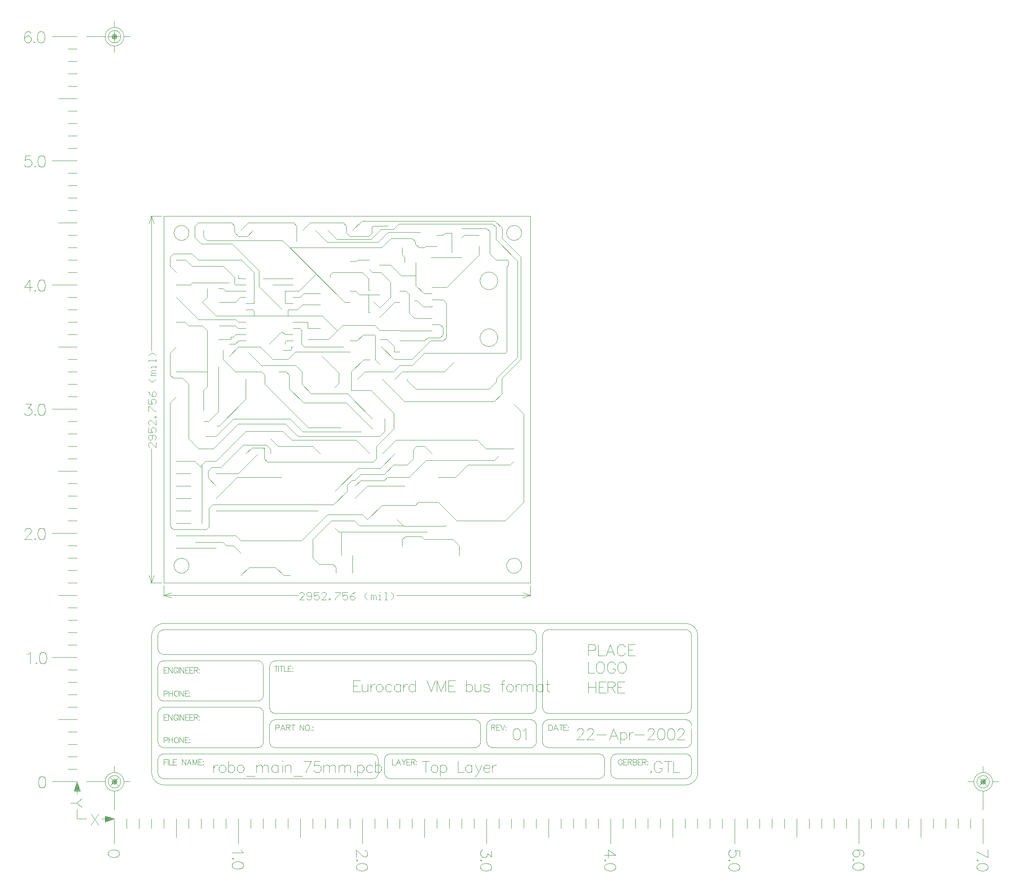
<source format=gtl>
*%FSLAX23Y23*%
*%MOIN*%
G01*
D11*
X10302Y5712D02*
Y5756D01*
X10317D01*
X10323Y5754D01*
X10328Y5750D01*
X10330Y5746D01*
X10332Y5739D01*
Y5729D01*
X10330Y5722D01*
X10328Y5718D01*
X10323Y5714D01*
X10317Y5712D01*
X10302D01*
X10359Y5756D02*
X10376Y5712D01*
X10342D02*
X10359Y5756D01*
X10348Y5726D02*
X10370D01*
X10402Y5712D02*
Y5756D01*
X10387D02*
X10417D01*
X10422D02*
X10450D01*
X10422D02*
Y5712D01*
X10450D01*
X10439Y5735D02*
X10422D01*
X10458Y5739D02*
X10460Y5741D01*
X10458Y5739D02*
X10460Y5737D01*
X10462Y5739D01*
X10460Y5741D01*
Y5716D02*
X10458Y5714D01*
X10460Y5712D01*
X10462Y5714D01*
X10460Y5716D01*
X9840Y5712D02*
Y5756D01*
X9859D01*
X9865Y5754D01*
X9867Y5752D01*
X9869Y5748D01*
Y5744D01*
X9867Y5739D01*
X9865Y5737D01*
X9859Y5735D01*
X9840D01*
X9854D02*
X9869Y5712D01*
X9880Y5756D02*
X9907D01*
X9880D02*
Y5712D01*
X9907D01*
X9897Y5735D02*
X9880D01*
X9915Y5756D02*
X9932Y5712D01*
X9949Y5756D01*
X9957Y5741D02*
X9955Y5739D01*
X9957Y5737D01*
X9959Y5739D01*
X9957Y5741D01*
Y5716D02*
X9955Y5714D01*
X9957Y5712D01*
X9959Y5714D01*
X9957Y5716D01*
X7221Y6008D02*
X7202D01*
X7221D02*
X7228Y6010D01*
X7230Y6012D01*
X7232Y6016D01*
Y6023D01*
X7230Y6027D01*
X7228Y6029D01*
X7221Y6031D01*
X7202D01*
Y5986D01*
X7242D02*
Y6031D01*
X7272D02*
Y5986D01*
Y6010D02*
X7242D01*
X7293Y6029D02*
X7297Y6031D01*
X7293Y6029D02*
X7289Y6025D01*
X7287Y6021D01*
X7284Y6014D01*
Y6004D01*
X7287Y5997D01*
X7289Y5993D01*
X7293Y5989D01*
X7297Y5986D01*
X7306D01*
X7310Y5989D01*
X7314Y5993D01*
X7317Y5997D01*
X7319Y6004D01*
Y6014D01*
X7317Y6021D01*
X7314Y6025D01*
X7310Y6029D01*
X7306Y6031D01*
X7297D01*
X7329D02*
Y5986D01*
X7359D02*
X7329Y6031D01*
X7359D02*
Y5986D01*
X7372Y6031D02*
X7400D01*
X7372D02*
Y5986D01*
X7400D01*
X7389Y6010D02*
X7372D01*
X7407Y6014D02*
X7409Y6016D01*
X7407Y6014D02*
X7409Y6012D01*
X7411Y6014D01*
X7409Y6016D01*
Y5991D02*
X7407Y5989D01*
X7409Y5986D01*
X7411Y5989D01*
X7409Y5991D01*
X7221Y5633D02*
X7202D01*
X7221D02*
X7228Y5635D01*
X7230Y5637D01*
X7232Y5641D01*
Y5648D01*
X7230Y5652D01*
X7228Y5654D01*
X7221Y5656D01*
X7202D01*
Y5612D01*
X7242D02*
Y5656D01*
X7272D02*
Y5612D01*
Y5635D02*
X7242D01*
X7293Y5654D02*
X7297Y5656D01*
X7293Y5654D02*
X7289Y5650D01*
X7287Y5646D01*
X7284Y5639D01*
Y5629D01*
X7287Y5622D01*
X7289Y5618D01*
X7293Y5614D01*
X7297Y5612D01*
X7306D01*
X7310Y5614D01*
X7314Y5618D01*
X7317Y5622D01*
X7319Y5629D01*
Y5639D01*
X7317Y5646D01*
X7314Y5650D01*
X7310Y5654D01*
X7306Y5656D01*
X7297D01*
X7329D02*
Y5612D01*
X7359D02*
X7329Y5656D01*
X7359D02*
Y5612D01*
X7372Y5656D02*
X7400D01*
X7372D02*
Y5612D01*
X7400D01*
X7389Y5635D02*
X7372D01*
X7407Y5639D02*
X7409Y5641D01*
X7407Y5639D02*
X7409Y5637D01*
X7411Y5639D01*
X7409Y5641D01*
Y5616D02*
X7407Y5614D01*
X7409Y5612D01*
X7411Y5614D01*
X7409Y5616D01*
X9042Y5479D02*
Y5434D01*
X9068D01*
X9107D02*
X9090Y5479D01*
X9073Y5434D01*
X9079Y5449D02*
X9100D01*
X9117Y5479D02*
X9135Y5458D01*
Y5434D01*
Y5458D02*
X9152Y5479D01*
X9157D02*
X9185D01*
X9157D02*
Y5434D01*
X9185D01*
X9175Y5458D02*
X9157D01*
X9193Y5479D02*
Y5434D01*
Y5479D02*
X9212D01*
X9219Y5477D01*
X9221Y5475D01*
X9223Y5470D01*
Y5466D01*
X9221Y5462D01*
X9219Y5460D01*
X9212Y5458D01*
X9193D01*
X9208D02*
X9223Y5434D01*
X9233Y5462D02*
X9235Y5464D01*
X9233Y5462D02*
X9235Y5460D01*
X9237Y5462D01*
X9235Y5464D01*
Y5438D02*
X9233Y5436D01*
X9235Y5434D01*
X9237Y5436D01*
X9235Y5438D01*
X7230Y6219D02*
X7202D01*
Y6174D01*
X7230D01*
X7219Y6198D02*
X7202D01*
X7237Y6219D02*
Y6174D01*
X7267D02*
X7237Y6219D01*
X7267D02*
Y6174D01*
X7312Y6208D02*
X7310Y6213D01*
X7305Y6217D01*
X7301Y6219D01*
X7293D01*
X7288Y6217D01*
X7284Y6213D01*
X7282Y6208D01*
X7280Y6202D01*
Y6191D01*
X7282Y6185D01*
X7284Y6180D01*
X7288Y6176D01*
X7293Y6174D01*
X7301D01*
X7305Y6176D01*
X7310Y6180D01*
X7312Y6185D01*
Y6191D01*
X7301D01*
X7322Y6174D02*
Y6219D01*
X7332D02*
Y6174D01*
X7362D02*
X7332Y6219D01*
X7362D02*
Y6174D01*
X7374Y6219D02*
X7402D01*
X7374D02*
Y6174D01*
X7402D01*
X7391Y6198D02*
X7374D01*
X7409Y6219D02*
X7437D01*
X7409D02*
Y6174D01*
X7437D01*
X7427Y6198D02*
X7409D01*
X7445Y6219D02*
Y6174D01*
Y6219D02*
X7464D01*
X7470Y6217D01*
X7473Y6215D01*
X7475Y6210D01*
Y6206D01*
X7473Y6202D01*
X7470Y6200D01*
X7464Y6198D01*
X7445D01*
X7460D02*
X7475Y6174D01*
X7485Y6202D02*
X7487Y6204D01*
X7485Y6202D02*
X7487Y6200D01*
X7489Y6202D01*
X7487Y6204D01*
Y6178D02*
X7485Y6176D01*
X7487Y6174D01*
X7489Y6176D01*
X7487Y6178D01*
X8102Y5733D02*
X8121D01*
X8128Y5735D01*
X8130Y5737D01*
X8132Y5741D01*
Y5748D01*
X8130Y5752D01*
X8128Y5754D01*
X8121Y5756D01*
X8102D01*
Y5712D01*
X8159Y5756D02*
X8176Y5712D01*
X8142D02*
X8159Y5756D01*
X8148Y5726D02*
X8170D01*
X8187Y5712D02*
Y5756D01*
X8206D01*
X8213Y5754D01*
X8215Y5752D01*
X8217Y5748D01*
Y5744D01*
X8215Y5739D01*
X8213Y5737D01*
X8206Y5735D01*
X8187D01*
X8202D02*
X8217Y5712D01*
X8242D02*
Y5756D01*
X8227D02*
X8257D01*
X8298D02*
Y5712D01*
X8328D02*
X8298Y5756D01*
X8328D02*
Y5712D01*
X8349Y5754D02*
X8353Y5756D01*
X8349Y5754D02*
X8344Y5750D01*
X8342Y5746D01*
X8340Y5739D01*
Y5729D01*
X8342Y5722D01*
X8344Y5718D01*
X8349Y5714D01*
X8353Y5712D01*
X8361D01*
X8366Y5714D01*
X8370Y5718D01*
X8372Y5722D01*
X8374Y5729D01*
Y5739D01*
X8372Y5746D01*
X8370Y5750D01*
X8366Y5754D01*
X8361Y5756D01*
X8353D01*
X8387Y5716D02*
X8385Y5714D01*
X8387Y5712D01*
X8389Y5714D01*
X8387Y5716D01*
X8399Y5739D02*
X8401Y5741D01*
X8399Y5739D02*
X8401Y5737D01*
X8403Y5739D01*
X8401Y5741D01*
Y5716D02*
X8399Y5714D01*
X8401Y5712D01*
X8403Y5714D01*
X8401Y5716D01*
X8104Y6186D02*
Y6231D01*
X8090D02*
X8119D01*
X8125D02*
Y6186D01*
X8149D02*
Y6231D01*
X8134D02*
X8164D01*
X8170D02*
Y6186D01*
X8195D01*
X8200Y6231D02*
X8228D01*
X8200D02*
Y6186D01*
X8228D01*
X8217Y6210D02*
X8200D01*
X8236Y6214D02*
X8238Y6216D01*
X8236Y6214D02*
X8238Y6212D01*
X8240Y6214D01*
X8238Y6216D01*
Y6191D02*
X8236Y6189D01*
X8238Y6186D01*
X8240Y6189D01*
X8238Y6191D01*
X7230Y5839D02*
X7202D01*
Y5794D01*
X7230D01*
X7219Y5818D02*
X7202D01*
X7237Y5839D02*
Y5794D01*
X7267D02*
X7237Y5839D01*
X7267D02*
Y5794D01*
X7312Y5828D02*
X7310Y5833D01*
X7305Y5837D01*
X7301Y5839D01*
X7293D01*
X7288Y5837D01*
X7284Y5833D01*
X7282Y5828D01*
X7280Y5822D01*
Y5811D01*
X7282Y5805D01*
X7284Y5800D01*
X7288Y5796D01*
X7293Y5794D01*
X7301D01*
X7305Y5796D01*
X7310Y5800D01*
X7312Y5805D01*
Y5811D01*
X7301D01*
X7322Y5794D02*
Y5839D01*
X7332D02*
Y5794D01*
X7362D02*
X7332Y5839D01*
X7362D02*
Y5794D01*
X7374Y5839D02*
X7402D01*
X7374D02*
Y5794D01*
X7402D01*
X7391Y5818D02*
X7374D01*
X7409Y5839D02*
X7437D01*
X7409D02*
Y5794D01*
X7437D01*
X7427Y5818D02*
X7409D01*
X7445Y5839D02*
Y5794D01*
Y5839D02*
X7464D01*
X7470Y5837D01*
X7473Y5835D01*
X7475Y5830D01*
Y5826D01*
X7473Y5822D01*
X7470Y5820D01*
X7464Y5818D01*
X7445D01*
X7460D02*
X7475Y5794D01*
X7485Y5822D02*
X7487Y5824D01*
X7485Y5822D02*
X7487Y5820D01*
X7489Y5822D01*
X7487Y5824D01*
Y5798D02*
X7485Y5796D01*
X7487Y5794D01*
X7489Y5796D01*
X7487Y5798D01*
X7202Y5479D02*
Y5434D01*
Y5479D02*
X7230D01*
X7219Y5458D02*
X7202D01*
X7235Y5479D02*
Y5434D01*
X7244D02*
Y5479D01*
Y5434D02*
X7270D01*
X7275Y5479D02*
X7303D01*
X7275D02*
Y5434D01*
X7303D01*
X7292Y5458D02*
X7275D01*
X7346Y5479D02*
Y5434D01*
X7376D02*
X7346Y5479D01*
X7376D02*
Y5434D01*
X7422D02*
X7405Y5479D01*
X7388Y5434D01*
X7395Y5449D02*
X7416D01*
X7433Y5434D02*
Y5479D01*
X7450Y5434D01*
X7467Y5479D01*
Y5434D01*
X7480Y5479D02*
X7508D01*
X7480D02*
Y5434D01*
X7508D01*
X7497Y5458D02*
X7480D01*
X7515Y5462D02*
X7518Y5464D01*
X7515Y5462D02*
X7518Y5460D01*
X7520Y5462D01*
X7518Y5464D01*
Y5438D02*
X7515Y5436D01*
X7518Y5434D01*
X7520Y5436D01*
X7518Y5438D01*
X10892Y5473D02*
X10894Y5468D01*
X10892Y5473D02*
X10888Y5477D01*
X10883Y5479D01*
X10875D01*
X10871Y5477D01*
X10866Y5473D01*
X10864Y5468D01*
X10862Y5462D01*
Y5451D01*
X10864Y5445D01*
X10866Y5440D01*
X10871Y5436D01*
X10875Y5434D01*
X10883D01*
X10888Y5436D01*
X10892Y5440D01*
X10894Y5445D01*
Y5451D01*
X10883D01*
X10904Y5479D02*
X10932D01*
X10904D02*
Y5434D01*
X10932D01*
X10922Y5458D02*
X10904D01*
X10940Y5479D02*
Y5434D01*
Y5479D02*
X10959D01*
X10965Y5477D01*
X10968Y5475D01*
X10970Y5470D01*
Y5466D01*
X10968Y5462D01*
X10965Y5460D01*
X10959Y5458D01*
X10940D01*
X10955D02*
X10970Y5434D01*
X10980D02*
Y5479D01*
X10999D01*
X11006Y5477D01*
X11008Y5475D01*
X11010Y5470D01*
Y5466D01*
X11008Y5462D01*
X11006Y5460D01*
X10999Y5458D01*
X10980D01*
X10999D02*
X11006Y5455D01*
X11008Y5453D01*
X11010Y5449D01*
Y5443D01*
X11008Y5438D01*
X11006Y5436D01*
X10999Y5434D01*
X10980D01*
X11020Y5479D02*
X11048D01*
X11020D02*
Y5434D01*
X11048D01*
X11037Y5458D02*
X11020D01*
X11055Y5479D02*
Y5434D01*
Y5479D02*
X11075D01*
X11081Y5477D01*
X11083Y5475D01*
X11085Y5470D01*
Y5466D01*
X11083Y5462D01*
X11081Y5460D01*
X11075Y5458D01*
X11055D01*
X11070D02*
X11085Y5434D01*
X11095Y5462D02*
X11097Y5464D01*
X11095Y5462D02*
X11097Y5460D01*
X11100Y5462D01*
X11097Y5464D01*
Y5438D02*
X11095Y5436D01*
X11097Y5434D01*
X11100Y5436D01*
X11097Y5438D01*
D12*
X7138Y7990D02*
Y8029D01*
Y7990D02*
X7098Y8029D01*
X7088D01*
X7078Y8019D01*
Y7999D01*
X7088Y7990D01*
X7128Y8049D02*
X7138Y8059D01*
Y8079D01*
X7128Y8089D01*
X7088D01*
X7078Y8079D01*
Y8059D01*
X7088Y8049D01*
X7098D01*
X7108Y8059D01*
Y8089D01*
X7078Y8109D02*
Y8149D01*
Y8109D02*
X7108D01*
X7098Y8129D01*
Y8139D01*
X7108Y8149D01*
X7128D01*
X7138Y8139D01*
Y8119D01*
X7128Y8109D01*
X7138Y8169D02*
Y8209D01*
Y8169D02*
X7098Y8209D01*
X7088D01*
X7078Y8199D01*
Y8179D01*
X7088Y8169D01*
X7128Y8229D02*
X7138D01*
X7128D02*
Y8239D01*
X7138D01*
Y8229D01*
X7078Y8279D02*
Y8319D01*
X7088D01*
X7128Y8279D01*
X7138D01*
X7078Y8339D02*
Y8379D01*
Y8339D02*
X7108D01*
X7098Y8359D01*
Y8369D01*
X7108Y8379D01*
X7128D01*
X7138Y8369D01*
Y8349D01*
X7128Y8339D01*
X7088Y8419D02*
X7078Y8439D01*
X7088Y8419D02*
X7108Y8399D01*
X7128D01*
X7138Y8409D01*
Y8429D01*
X7128Y8439D01*
X7118D01*
X7108Y8429D01*
Y8399D01*
X7118Y8519D02*
X7138Y8539D01*
X7118Y8519D02*
X7098D01*
X7078Y8539D01*
X7098Y8569D02*
X7138D01*
X7098D02*
Y8579D01*
X7108Y8589D01*
X7138D01*
X7108D01*
X7098Y8599D01*
X7108Y8609D01*
X7138D01*
Y8629D02*
Y8649D01*
Y8639D01*
X7098D01*
Y8629D01*
X7078Y8639D02*
X7079D01*
X7138Y8679D02*
Y8699D01*
Y8689D01*
X7078D01*
Y8679D01*
X7138Y8729D02*
X7118Y8749D01*
X7098D01*
X7078Y8729D01*
X8293Y6763D02*
X8332D01*
X8293D02*
X8332Y6803D01*
Y6813D01*
X8322Y6823D01*
X8302D01*
X8293Y6813D01*
X8352Y6773D02*
X8362Y6763D01*
X8382D01*
X8392Y6773D01*
Y6813D01*
X8382Y6823D01*
X8362D01*
X8352Y6813D01*
Y6803D01*
X8362Y6793D01*
X8392D01*
X8412Y6823D02*
X8452D01*
X8412D02*
Y6793D01*
X8432Y6803D01*
X8442D01*
X8452Y6793D01*
Y6773D01*
X8442Y6763D01*
X8422D01*
X8412Y6773D01*
X8472Y6763D02*
X8512D01*
X8472D02*
X8512Y6803D01*
Y6813D01*
X8502Y6823D01*
X8482D01*
X8472Y6813D01*
X8532Y6773D02*
Y6763D01*
Y6773D02*
X8542D01*
Y6763D01*
X8532D01*
X8582Y6823D02*
X8622D01*
Y6813D01*
X8582Y6773D01*
Y6763D01*
X8642Y6823D02*
X8682D01*
X8642D02*
Y6793D01*
X8662Y6803D01*
X8672D01*
X8682Y6793D01*
Y6773D01*
X8672Y6763D01*
X8652D01*
X8642Y6773D01*
X8722Y6813D02*
X8742Y6823D01*
X8722Y6813D02*
X8702Y6793D01*
Y6773D01*
X8712Y6763D01*
X8732D01*
X8742Y6773D01*
Y6783D01*
X8732Y6793D01*
X8702D01*
X8822Y6783D02*
X8842Y6763D01*
X8822Y6783D02*
Y6803D01*
X8842Y6823D01*
X8872Y6803D02*
Y6763D01*
Y6803D02*
X8882D01*
X8892Y6793D01*
Y6763D01*
Y6793D01*
X8902Y6803D01*
X8912Y6793D01*
Y6763D01*
X8932D02*
X8952D01*
X8942D01*
Y6803D01*
X8932D01*
X8942Y6823D02*
X8943D01*
X8982Y6763D02*
X9002D01*
X8992D01*
Y6823D01*
X8982D01*
X9032Y6763D02*
X9052Y6783D01*
Y6803D01*
X9032Y6823D01*
D15*
X6927Y5299D02*
X6877D01*
X6727D02*
X6577D01*
X6577Y4999D02*
X6502D01*
X6477Y5224D02*
X6527D01*
X6516Y5232D02*
X6488D01*
X6492Y5236D02*
X6512D01*
X6522Y5228D02*
X6482D01*
X6498Y5239D02*
X6506D01*
X6702Y4999D02*
X6727D01*
X6502Y5299D02*
X6302D01*
X6427Y5399D02*
X6502D01*
Y5499D02*
X6427D01*
Y5599D02*
X6502D01*
Y5699D02*
X6427D01*
X6352Y5799D02*
X6502D01*
Y5899D02*
X6427D01*
Y5999D02*
X6502D01*
Y6099D02*
X6427D01*
Y6199D02*
X6502D01*
Y6299D02*
X6302D01*
X6427Y6399D02*
X6502D01*
Y6499D02*
X6427D01*
Y6599D02*
X6502D01*
Y6699D02*
X6427D01*
X6352Y6799D02*
X6502D01*
Y6899D02*
X6427D01*
Y6999D02*
X6502D01*
Y7099D02*
X6427D01*
Y7199D02*
X6502D01*
Y7299D02*
X6302D01*
X6427Y7399D02*
X6502D01*
Y7499D02*
X6427D01*
Y7599D02*
X6502D01*
Y7699D02*
X6427D01*
X6352Y7799D02*
X6502D01*
Y7899D02*
X6427D01*
Y7999D02*
X6502D01*
Y8099D02*
X6427D01*
Y8199D02*
X6502D01*
Y8299D02*
X6302D01*
X6427Y8399D02*
X6502D01*
Y8499D02*
X6427D01*
Y8599D02*
X6502D01*
Y8699D02*
X6427D01*
X6352Y8799D02*
X6502D01*
Y8899D02*
X6427D01*
Y8999D02*
X6502D01*
Y9099D02*
X6427D01*
Y9199D02*
X6502D01*
Y9299D02*
X6302D01*
X6427Y9399D02*
X6502D01*
Y9499D02*
X6427D01*
Y9599D02*
X6502D01*
Y9699D02*
X6427D01*
X6352Y9799D02*
X6502D01*
Y9899D02*
X6427D01*
Y9999D02*
X6502D01*
Y10099D02*
X6427D01*
Y10199D02*
X6502D01*
Y10299D02*
X6302D01*
X6427Y10399D02*
X6502D01*
Y10499D02*
X6427D01*
Y10599D02*
X6502D01*
Y10699D02*
X6427D01*
X6352Y10799D02*
X6502D01*
Y10899D02*
X6427D01*
Y10999D02*
X6502D01*
Y11099D02*
X6427D01*
Y11199D02*
X6502D01*
Y11299D02*
X6302D01*
X6802D02*
X6852D01*
X6802D02*
X6752D01*
X6727D02*
X6577D01*
X6877D02*
X6927D01*
X13677Y5299D02*
X13727D01*
X13877D02*
X13927D01*
X6802Y5224D02*
Y5074D01*
Y5374D02*
Y5424D01*
X6502Y5074D02*
Y4999D01*
X6727Y4974D02*
Y5024D01*
X6735Y5014D02*
Y4984D01*
X6502Y5199D02*
Y5224D01*
X6738Y5008D02*
Y4990D01*
X6732Y4980D02*
Y5018D01*
X6742Y5004D02*
Y4994D01*
X6802Y4999D02*
Y4799D01*
X6902Y4924D02*
Y4999D01*
X7002D02*
Y4924D01*
X7102D02*
Y4999D01*
X7202D02*
Y4924D01*
X7302Y4849D02*
Y4999D01*
X7402D02*
Y4924D01*
X7502D02*
Y4999D01*
X7602D02*
Y4924D01*
X7702D02*
Y4999D01*
X7802D02*
Y4799D01*
X7902Y4924D02*
Y4999D01*
X8002D02*
Y4924D01*
X8102D02*
Y4999D01*
X8202D02*
Y4924D01*
X8302Y4849D02*
Y4999D01*
X8402D02*
Y4924D01*
X8502D02*
Y4999D01*
X8602D02*
Y4924D01*
X8702D02*
Y4999D01*
X8802D02*
Y4799D01*
X8902Y4924D02*
Y4999D01*
X9002D02*
Y4924D01*
X9102D02*
Y4999D01*
X9202D02*
Y4924D01*
X9302Y4849D02*
Y4999D01*
X9402D02*
Y4924D01*
X9502D02*
Y4999D01*
X9602D02*
Y4924D01*
X9702D02*
Y4999D01*
X9802D02*
Y4799D01*
X9902Y4924D02*
Y4999D01*
X10002D02*
Y4924D01*
X10102D02*
Y4999D01*
X10202D02*
Y4924D01*
X10302Y4849D02*
Y4999D01*
X10402D02*
Y4924D01*
X10502D02*
Y4999D01*
X10602D02*
Y4924D01*
X10702D02*
Y4999D01*
X10802D02*
Y4799D01*
X10902Y4924D02*
Y4999D01*
X11002D02*
Y4924D01*
X11102D02*
Y4999D01*
X11202D02*
Y4924D01*
X11302Y4849D02*
Y4999D01*
X11402D02*
Y4924D01*
X11502D02*
Y4999D01*
X11602D02*
Y4924D01*
X11702D02*
Y4999D01*
X11802D02*
Y4799D01*
X11902Y4924D02*
Y4999D01*
X12002D02*
Y4924D01*
X12102D02*
Y4999D01*
X12202D02*
Y4924D01*
X12302Y4849D02*
Y4999D01*
X12402D02*
Y4924D01*
X12502D02*
Y4999D01*
X12602D02*
Y4924D01*
X12702D02*
Y4999D01*
X12802D02*
Y4799D01*
X12902Y4924D02*
Y4999D01*
X13002D02*
Y4924D01*
X13102D02*
Y4999D01*
X13202D02*
Y4924D01*
X13302Y4849D02*
Y4999D01*
X13402D02*
Y4924D01*
X13502D02*
Y4999D01*
X13602D02*
Y4924D01*
X13702D02*
Y4999D01*
X13802D02*
Y4799D01*
X6802Y11249D02*
Y11299D01*
Y11349D01*
Y11374D02*
Y11424D01*
Y11224D02*
Y11174D01*
X13802Y5424D02*
Y5374D01*
Y5224D02*
Y5074D01*
X6837Y5334D02*
X6802Y5299D01*
X6767Y5264D01*
X13767D02*
X13802Y5299D01*
X13837Y5334D01*
X6837Y5264D02*
X6802Y5299D01*
X6767Y5334D01*
X13802Y5299D02*
X13837Y5264D01*
X13802Y5299D02*
X13767Y5334D01*
X6802Y4999D02*
X6727Y4974D01*
Y5024D02*
X6802Y4999D01*
X6778D02*
X6735Y5014D01*
Y4984D02*
X6778Y4999D01*
X6527Y5224D02*
X6502Y5299D01*
X6477Y5224D01*
X6488Y5232D02*
X6502Y5275D01*
X6516Y5232D01*
X6492Y5236D02*
X6502Y5264D01*
X6512Y5236D01*
X6482Y5228D02*
X6502Y5286D01*
X6522Y5228D01*
X6498Y5239D02*
X6502Y5252D01*
X6506Y5239D01*
X6738Y5008D02*
X6766Y4999D01*
X6738Y4990D01*
X6732Y5018D02*
X6790Y4999D01*
X6732Y4980D01*
X6742Y5004D02*
X6755Y4999D01*
X6742Y4994D01*
X13852Y5299D02*
X13852Y5296D01*
X13852Y5292D01*
X13851Y5289D01*
X13850Y5286D01*
X13849Y5282D01*
X13848Y5279D01*
X13847Y5276D01*
X13845Y5273D01*
X13843Y5270D01*
X13841Y5268D01*
X13839Y5265D01*
X13836Y5263D01*
X13834Y5261D01*
X13831Y5258D01*
X13828Y5257D01*
X13826Y5255D01*
X13823Y5253D01*
X13819Y5252D01*
X13816Y5251D01*
X13813Y5250D01*
X13810Y5250D01*
X13806Y5249D01*
X13803Y5249D01*
X13799Y5249D01*
X13796Y5249D01*
X13793Y5250D01*
X13789Y5251D01*
X13786Y5252D01*
X13783Y5253D01*
X13780Y5254D01*
X13777Y5256D01*
X13774Y5257D01*
X13771Y5259D01*
X13769Y5262D01*
X13766Y5264D01*
X13764Y5266D01*
X13762Y5269D01*
X13760Y5272D01*
X13758Y5275D01*
X13757Y5278D01*
X13755Y5281D01*
X13754Y5284D01*
X13753Y5287D01*
X13753Y5291D01*
X13752Y5294D01*
X13752Y5297D01*
Y5301D01*
X13752Y5304D01*
X13753Y5307D01*
X13753Y5311D01*
X13754Y5314D01*
X13755Y5317D01*
X13757Y5320D01*
X13758Y5323D01*
X13760Y5326D01*
X13762Y5329D01*
X13764Y5332D01*
X13766Y5334D01*
X13769Y5336D01*
X13771Y5339D01*
X13774Y5341D01*
X13777Y5342D01*
X13780Y5344D01*
X13783Y5345D01*
X13786Y5346D01*
X13789Y5347D01*
X13793Y5348D01*
X13796Y5349D01*
X13799Y5349D01*
X13803Y5349D01*
X13806Y5349D01*
X13810Y5348D01*
X13813Y5348D01*
X13816Y5347D01*
X13819Y5346D01*
X13823Y5345D01*
X13826Y5343D01*
X13828Y5341D01*
X13831Y5340D01*
X13834Y5337D01*
X13836Y5335D01*
X13839Y5333D01*
X13841Y5330D01*
X13843Y5328D01*
X13845Y5325D01*
X13847Y5322D01*
X13848Y5319D01*
X13849Y5316D01*
X13850Y5312D01*
X13851Y5309D01*
X13852Y5306D01*
X13852Y5302D01*
X13852Y5299D01*
X13877D02*
X13877Y5296D01*
X13877Y5292D01*
X13876Y5289D01*
X13876Y5286D01*
X13875Y5282D01*
X13874Y5279D01*
X13873Y5276D01*
X13872Y5273D01*
X13871Y5270D01*
X13870Y5267D01*
X13868Y5264D01*
X13867Y5261D01*
X13865Y5258D01*
X13863Y5255D01*
X13861Y5253D01*
X13859Y5250D01*
X13856Y5247D01*
X13854Y5245D01*
X13852Y5243D01*
X13849Y5241D01*
X13846Y5239D01*
X13844Y5237D01*
X13841Y5235D01*
X13838Y5233D01*
X13835Y5232D01*
X13832Y5230D01*
X13829Y5229D01*
X13826Y5228D01*
X13823Y5227D01*
X13819Y5226D01*
X13816Y5225D01*
X13813Y5225D01*
X13810Y5224D01*
X13806Y5224D01*
X13803Y5224D01*
X13800Y5224D01*
X13796Y5224D01*
X13793Y5225D01*
X13790Y5225D01*
X13786Y5226D01*
X13783Y5226D01*
X13780Y5227D01*
X13777Y5228D01*
X13774Y5230D01*
X13770Y5231D01*
X13767Y5232D01*
X13765Y5234D01*
X13762Y5236D01*
X13759Y5238D01*
X13756Y5240D01*
X13754Y5242D01*
X13751Y5244D01*
X13749Y5246D01*
X13746Y5249D01*
X13744Y5251D01*
X13742Y5254D01*
X13740Y5257D01*
X13738Y5259D01*
X13737Y5262D01*
X13735Y5265D01*
X13734Y5268D01*
X13732Y5271D01*
X13731Y5274D01*
X13730Y5278D01*
X13729Y5281D01*
X13729Y5284D01*
X13728Y5287D01*
X13727Y5291D01*
X13727Y5294D01*
X13727Y5297D01*
Y5301D01*
X13727Y5304D01*
X13727Y5307D01*
X13728Y5311D01*
X13729Y5314D01*
X13729Y5317D01*
X13730Y5320D01*
X13731Y5324D01*
X13732Y5327D01*
X13734Y5330D01*
X13735Y5333D01*
X13737Y5336D01*
X13738Y5339D01*
X13740Y5341D01*
X13742Y5344D01*
X13744Y5347D01*
X13746Y5349D01*
X13749Y5352D01*
X13751Y5354D01*
X13754Y5356D01*
X13756Y5358D01*
X13759Y5360D01*
X13762Y5362D01*
X13765Y5364D01*
X13767Y5366D01*
X13770Y5367D01*
X13774Y5368D01*
X13777Y5370D01*
X13780Y5371D01*
X13783Y5372D01*
X13786Y5372D01*
X13790Y5373D01*
X13793Y5373D01*
X13796Y5374D01*
X13800Y5374D01*
X13803Y5374D01*
X13806Y5374D01*
X13810Y5374D01*
X13813Y5373D01*
X13816Y5373D01*
X13819Y5372D01*
X13823Y5371D01*
X13826Y5370D01*
X13829Y5369D01*
X13832Y5368D01*
X13835Y5366D01*
X13838Y5365D01*
X13841Y5363D01*
X13844Y5361D01*
X13846Y5359D01*
X13849Y5357D01*
X13852Y5355D01*
X13854Y5353D01*
X13856Y5351D01*
X13859Y5348D01*
X13861Y5345D01*
X13863Y5343D01*
X13865Y5340D01*
X13867Y5337D01*
X13868Y5334D01*
X13870Y5331D01*
X13871Y5328D01*
X13872Y5325D01*
X13873Y5322D01*
X13874Y5319D01*
X13875Y5316D01*
X13876Y5312D01*
X13876Y5309D01*
X13877Y5306D01*
X13877Y5302D01*
X13877Y5299D01*
X13805D02*
X13803Y5297D01*
X13801D01*
X13800Y5299D01*
X13801Y5301D01*
X13803D01*
X13805Y5299D01*
X13807D02*
X13806Y5296D01*
X13803Y5294D01*
X13800Y5295D01*
X13797Y5297D01*
Y5301D01*
X13800Y5303D01*
X13803Y5304D01*
X13806Y5302D01*
X13807Y5299D01*
X13822D02*
X13822Y5296D01*
X13821Y5293D01*
X13820Y5290D01*
X13818Y5287D01*
X13816Y5285D01*
X13813Y5283D01*
X13811Y5281D01*
X13808Y5280D01*
X13804Y5279D01*
X13801Y5279D01*
X13798Y5279D01*
X13795Y5280D01*
X13792Y5282D01*
X13789Y5283D01*
X13787Y5286D01*
X13785Y5288D01*
X13784Y5291D01*
X13783Y5294D01*
X13782Y5297D01*
Y5301D01*
X13783Y5304D01*
X13784Y5307D01*
X13785Y5310D01*
X13787Y5312D01*
X13789Y5314D01*
X13792Y5316D01*
X13795Y5318D01*
X13798Y5319D01*
X13801Y5319D01*
X13804Y5319D01*
X13808Y5318D01*
X13811Y5317D01*
X13813Y5315D01*
X13816Y5313D01*
X13818Y5311D01*
X13820Y5308D01*
X13821Y5305D01*
X13822Y5302D01*
X13822Y5299D01*
X13817D02*
X13817Y5296D01*
X13815Y5292D01*
X13814Y5289D01*
X13811Y5287D01*
X13808Y5285D01*
X13805Y5284D01*
X13801Y5284D01*
X13798Y5285D01*
X13795Y5286D01*
X13792Y5288D01*
X13789Y5291D01*
X13788Y5294D01*
X13787Y5297D01*
Y5301D01*
X13788Y5304D01*
X13789Y5307D01*
X13792Y5310D01*
X13795Y5312D01*
X13798Y5313D01*
X13801Y5314D01*
X13805Y5314D01*
X13808Y5313D01*
X13811Y5311D01*
X13814Y5309D01*
X13815Y5306D01*
X13817Y5302D01*
X13817Y5299D01*
X13812D02*
X13811Y5296D01*
X13810Y5293D01*
X13807Y5290D01*
X13804Y5289D01*
X13800D01*
X13797Y5290D01*
X13794Y5293D01*
X13793Y5296D01*
X13792Y5299D01*
X13793Y5302D01*
X13794Y5305D01*
X13797Y5308D01*
X13800Y5309D01*
X13804D01*
X13807Y5308D01*
X13810Y5305D01*
X13811Y5302D01*
X13812Y5299D01*
X6877Y11299D02*
X6877Y11296D01*
X6877Y11292D01*
X6876Y11289D01*
X6876Y11286D01*
X6875Y11282D01*
X6874Y11279D01*
X6873Y11276D01*
X6872Y11273D01*
X6871Y11270D01*
X6870Y11267D01*
X6868Y11264D01*
X6867Y11261D01*
X6865Y11258D01*
X6863Y11255D01*
X6861Y11253D01*
X6859Y11250D01*
X6856Y11247D01*
X6854Y11245D01*
X6852Y11243D01*
X6849Y11241D01*
X6846Y11239D01*
X6844Y11237D01*
X6841Y11235D01*
X6838Y11233D01*
X6835Y11232D01*
X6832Y11230D01*
X6829Y11229D01*
X6826Y11228D01*
X6823Y11227D01*
X6819Y11226D01*
X6816Y11225D01*
X6813Y11225D01*
X6810Y11224D01*
X6806Y11224D01*
X6803Y11224D01*
X6799Y11224D01*
X6796Y11224D01*
X6793Y11225D01*
X6790Y11225D01*
X6786Y11226D01*
X6783Y11226D01*
X6780Y11227D01*
X6777Y11228D01*
X6773Y11230D01*
X6770Y11231D01*
X6767Y11232D01*
X6764Y11234D01*
X6762Y11236D01*
X6759Y11238D01*
X6756Y11240D01*
X6754Y11242D01*
X6751Y11244D01*
X6749Y11246D01*
X6746Y11249D01*
X6744Y11251D01*
X6742Y11254D01*
X6740Y11257D01*
X6738Y11259D01*
X6737Y11262D01*
X6735Y11265D01*
X6734Y11268D01*
X6732Y11271D01*
X6731Y11274D01*
X6730Y11278D01*
X6729Y11281D01*
X6729Y11284D01*
X6728Y11287D01*
X6727Y11291D01*
X6727Y11294D01*
X6727Y11297D01*
Y11301D01*
X6727Y11304D01*
X6727Y11307D01*
X6728Y11311D01*
X6729Y11314D01*
X6729Y11317D01*
X6730Y11320D01*
X6731Y11324D01*
X6732Y11327D01*
X6734Y11330D01*
X6735Y11333D01*
X6737Y11336D01*
X6738Y11339D01*
X6740Y11341D01*
X6742Y11344D01*
X6744Y11347D01*
X6746Y11349D01*
X6749Y11352D01*
X6751Y11354D01*
X6754Y11356D01*
X6756Y11358D01*
X6759Y11360D01*
X6762Y11362D01*
X6764Y11364D01*
X6767Y11366D01*
X6770Y11367D01*
X6773Y11368D01*
X6777Y11370D01*
X6780Y11371D01*
X6783Y11372D01*
X6786Y11372D01*
X6790Y11373D01*
X6793Y11373D01*
X6796Y11374D01*
X6799Y11374D01*
X6803Y11374D01*
X6806Y11374D01*
X6810Y11374D01*
X6813Y11373D01*
X6816Y11373D01*
X6819Y11372D01*
X6823Y11371D01*
X6826Y11370D01*
X6829Y11369D01*
X6832Y11368D01*
X6835Y11366D01*
X6838Y11365D01*
X6841Y11363D01*
X6844Y11361D01*
X6846Y11359D01*
X6849Y11357D01*
X6852Y11355D01*
X6854Y11353D01*
X6856Y11351D01*
X6859Y11348D01*
X6861Y11345D01*
X6863Y11343D01*
X6865Y11340D01*
X6867Y11337D01*
X6868Y11334D01*
X6870Y11331D01*
X6871Y11328D01*
X6872Y11325D01*
X6873Y11322D01*
X6874Y11319D01*
X6875Y11316D01*
X6876Y11312D01*
X6876Y11309D01*
X6877Y11306D01*
X6877Y11302D01*
X6877Y11299D01*
X6804D02*
X6803Y11297D01*
X6801D01*
X6800Y11299D01*
X6801Y11301D01*
X6803D01*
X6804Y11299D01*
X6807D02*
X6806Y11296D01*
X6803Y11294D01*
X6800Y11295D01*
X6797Y11297D01*
Y11301D01*
X6800Y11303D01*
X6803Y11304D01*
X6806Y11302D01*
X6807Y11299D01*
X6812D02*
X6811Y11296D01*
X6810Y11293D01*
X6807Y11290D01*
X6804Y11289D01*
X6800D01*
X6797Y11290D01*
X6794Y11293D01*
X6793Y11296D01*
X6792Y11299D01*
X6793Y11302D01*
X6794Y11305D01*
X6797Y11308D01*
X6800Y11309D01*
X6804D01*
X6807Y11308D01*
X6810Y11305D01*
X6811Y11302D01*
X6812Y11299D01*
X6817D02*
X6817Y11296D01*
X6815Y11292D01*
X6813Y11289D01*
X6811Y11287D01*
X6808Y11285D01*
X6805Y11284D01*
X6801Y11284D01*
X6798Y11285D01*
X6794Y11286D01*
X6792Y11288D01*
X6789Y11291D01*
X6788Y11294D01*
X6787Y11297D01*
Y11301D01*
X6788Y11304D01*
X6789Y11307D01*
X6792Y11310D01*
X6794Y11312D01*
X6798Y11313D01*
X6801Y11314D01*
X6805Y11314D01*
X6808Y11313D01*
X6811Y11311D01*
X6813Y11309D01*
X6815Y11306D01*
X6817Y11302D01*
X6817Y11299D01*
X6822D02*
X6822Y11296D01*
X6821Y11293D01*
X6820Y11290D01*
X6818Y11287D01*
X6816Y11285D01*
X6813Y11283D01*
X6811Y11281D01*
X6808Y11280D01*
X6804Y11279D01*
X6801Y11279D01*
X6798Y11279D01*
X6795Y11280D01*
X6792Y11282D01*
X6789Y11284D01*
X6787Y11286D01*
X6785Y11288D01*
X6784Y11291D01*
X6783Y11294D01*
X6782Y11297D01*
Y11301D01*
X6783Y11304D01*
X6784Y11307D01*
X6785Y11310D01*
X6787Y11312D01*
X6789Y11314D01*
X6792Y11316D01*
X6795Y11318D01*
X6798Y11319D01*
X6801Y11319D01*
X6804Y11319D01*
X6808Y11318D01*
X6811Y11317D01*
X6813Y11315D01*
X6816Y11313D01*
X6818Y11311D01*
X6820Y11308D01*
X6821Y11305D01*
X6822Y11302D01*
X6822Y11299D01*
X6852D02*
X6852Y11296D01*
X6852Y11292D01*
X6851Y11289D01*
X6850Y11286D01*
X6849Y11282D01*
X6848Y11279D01*
X6847Y11276D01*
X6845Y11273D01*
X6843Y11270D01*
X6841Y11268D01*
X6839Y11265D01*
X6836Y11263D01*
X6834Y11261D01*
X6831Y11258D01*
X6828Y11257D01*
X6826Y11255D01*
X6822Y11253D01*
X6819Y11252D01*
X6816Y11251D01*
X6813Y11250D01*
X6810Y11250D01*
X6806Y11249D01*
X6803Y11249D01*
X6799Y11249D01*
X6796Y11249D01*
X6793Y11250D01*
X6789Y11251D01*
X6786Y11252D01*
X6783Y11253D01*
X6780Y11254D01*
X6777Y11256D01*
X6774Y11257D01*
X6771Y11259D01*
X6769Y11262D01*
X6766Y11264D01*
X6764Y11266D01*
X6762Y11269D01*
X6760Y11272D01*
X6758Y11275D01*
X6757Y11278D01*
X6755Y11281D01*
X6754Y11284D01*
X6753Y11287D01*
X6753Y11291D01*
X6752Y11294D01*
X6752Y11297D01*
Y11301D01*
X6752Y11304D01*
X6753Y11307D01*
X6753Y11311D01*
X6754Y11314D01*
X6755Y11317D01*
X6757Y11320D01*
X6758Y11323D01*
X6760Y11326D01*
X6762Y11329D01*
X6764Y11332D01*
X6766Y11334D01*
X6769Y11336D01*
X6771Y11339D01*
X6774Y11341D01*
X6777Y11342D01*
X6780Y11344D01*
X6783Y11345D01*
X6786Y11346D01*
X6789Y11347D01*
X6793Y11348D01*
X6796Y11349D01*
X6799Y11349D01*
X6803Y11349D01*
X6806Y11349D01*
X6810Y11348D01*
X6813Y11348D01*
X6816Y11347D01*
X6819Y11346D01*
X6822Y11345D01*
X6826Y11343D01*
X6828Y11341D01*
X6831Y11340D01*
X6834Y11337D01*
X6836Y11335D01*
X6839Y11333D01*
X6841Y11330D01*
X6843Y11328D01*
X6845Y11325D01*
X6847Y11322D01*
X6848Y11319D01*
X6849Y11316D01*
X6850Y11312D01*
X6851Y11309D01*
X6852Y11306D01*
X6852Y11302D01*
X6852Y11299D01*
X6852Y5299D02*
X6852Y5296D01*
X6852Y5292D01*
X6851Y5289D01*
X6850Y5286D01*
X6849Y5282D01*
X6848Y5279D01*
X6847Y5276D01*
X6845Y5273D01*
X6843Y5270D01*
X6841Y5268D01*
X6839Y5265D01*
X6836Y5263D01*
X6834Y5261D01*
X6831Y5258D01*
X6828Y5257D01*
X6826Y5255D01*
X6823Y5253D01*
X6819Y5252D01*
X6816Y5251D01*
X6813Y5250D01*
X6810Y5250D01*
X6806Y5249D01*
X6803Y5249D01*
X6799Y5249D01*
X6796Y5249D01*
X6793Y5250D01*
X6789Y5251D01*
X6786Y5252D01*
X6783Y5253D01*
X6780Y5254D01*
X6777Y5256D01*
X6774Y5257D01*
X6771Y5259D01*
X6769Y5262D01*
X6766Y5264D01*
X6764Y5266D01*
X6762Y5269D01*
X6760Y5272D01*
X6758Y5275D01*
X6757Y5278D01*
X6755Y5281D01*
X6754Y5284D01*
X6753Y5287D01*
X6753Y5291D01*
X6752Y5294D01*
X6752Y5297D01*
Y5301D01*
X6752Y5304D01*
X6753Y5307D01*
X6753Y5311D01*
X6754Y5314D01*
X6755Y5317D01*
X6757Y5320D01*
X6758Y5323D01*
X6760Y5326D01*
X6762Y5329D01*
X6764Y5332D01*
X6766Y5334D01*
X6769Y5336D01*
X6771Y5339D01*
X6774Y5341D01*
X6777Y5342D01*
X6780Y5344D01*
X6783Y5345D01*
X6786Y5346D01*
X6789Y5347D01*
X6793Y5348D01*
X6796Y5349D01*
X6799Y5349D01*
X6803Y5349D01*
X6806Y5349D01*
X6810Y5348D01*
X6813Y5348D01*
X6816Y5347D01*
X6819Y5346D01*
X6823Y5345D01*
X6826Y5343D01*
X6828Y5341D01*
X6831Y5340D01*
X6834Y5337D01*
X6836Y5335D01*
X6839Y5333D01*
X6841Y5330D01*
X6843Y5328D01*
X6845Y5325D01*
X6847Y5322D01*
X6848Y5319D01*
X6849Y5316D01*
X6850Y5312D01*
X6851Y5309D01*
X6852Y5306D01*
X6852Y5302D01*
X6852Y5299D01*
X6877D02*
X6877Y5296D01*
X6877Y5292D01*
X6876Y5289D01*
X6876Y5286D01*
X6875Y5282D01*
X6874Y5279D01*
X6873Y5276D01*
X6872Y5273D01*
X6871Y5270D01*
X6870Y5267D01*
X6868Y5264D01*
X6867Y5261D01*
X6865Y5258D01*
X6863Y5255D01*
X6861Y5253D01*
X6859Y5250D01*
X6856Y5247D01*
X6854Y5245D01*
X6852Y5243D01*
X6849Y5241D01*
X6846Y5239D01*
X6844Y5237D01*
X6841Y5235D01*
X6838Y5233D01*
X6835Y5232D01*
X6832Y5230D01*
X6829Y5229D01*
X6826Y5228D01*
X6823Y5227D01*
X6819Y5226D01*
X6816Y5225D01*
X6813Y5225D01*
X6810Y5224D01*
X6806Y5224D01*
X6803Y5224D01*
X6800Y5224D01*
X6796Y5224D01*
X6793Y5225D01*
X6790Y5225D01*
X6786Y5226D01*
X6783Y5226D01*
X6780Y5227D01*
X6777Y5228D01*
X6774Y5230D01*
X6770Y5231D01*
X6767Y5232D01*
X6765Y5234D01*
X6762Y5236D01*
X6759Y5238D01*
X6756Y5240D01*
X6754Y5242D01*
X6751Y5244D01*
X6749Y5246D01*
X6746Y5249D01*
X6744Y5251D01*
X6742Y5254D01*
X6740Y5257D01*
X6738Y5259D01*
X6737Y5262D01*
X6735Y5265D01*
X6734Y5268D01*
X6732Y5271D01*
X6731Y5274D01*
X6730Y5278D01*
X6729Y5281D01*
X6729Y5284D01*
X6728Y5287D01*
X6727Y5291D01*
X6727Y5294D01*
X6727Y5297D01*
Y5301D01*
X6727Y5304D01*
X6727Y5307D01*
X6728Y5311D01*
X6729Y5314D01*
X6729Y5317D01*
X6730Y5320D01*
X6731Y5324D01*
X6732Y5327D01*
X6734Y5330D01*
X6735Y5333D01*
X6737Y5336D01*
X6738Y5339D01*
X6740Y5341D01*
X6742Y5344D01*
X6744Y5347D01*
X6746Y5349D01*
X6749Y5352D01*
X6751Y5354D01*
X6754Y5356D01*
X6756Y5358D01*
X6759Y5360D01*
X6762Y5362D01*
X6765Y5364D01*
X6767Y5366D01*
X6770Y5367D01*
X6774Y5368D01*
X6777Y5370D01*
X6780Y5371D01*
X6783Y5372D01*
X6786Y5372D01*
X6790Y5373D01*
X6793Y5373D01*
X6796Y5374D01*
X6800Y5374D01*
X6803Y5374D01*
X6806Y5374D01*
X6810Y5374D01*
X6813Y5373D01*
X6816Y5373D01*
X6819Y5372D01*
X6823Y5371D01*
X6826Y5370D01*
X6829Y5369D01*
X6832Y5368D01*
X6835Y5366D01*
X6838Y5365D01*
X6841Y5363D01*
X6844Y5361D01*
X6846Y5359D01*
X6849Y5357D01*
X6852Y5355D01*
X6854Y5353D01*
X6856Y5351D01*
X6859Y5348D01*
X6861Y5345D01*
X6863Y5343D01*
X6865Y5340D01*
X6867Y5337D01*
X6868Y5334D01*
X6870Y5331D01*
X6871Y5328D01*
X6872Y5325D01*
X6873Y5322D01*
X6874Y5319D01*
X6875Y5316D01*
X6876Y5312D01*
X6876Y5309D01*
X6877Y5306D01*
X6877Y5302D01*
X6877Y5299D01*
X6805D02*
X6803Y5297D01*
X6801D01*
X6800Y5299D01*
X6801Y5301D01*
X6803D01*
X6805Y5299D01*
X6807D02*
X6806Y5296D01*
X6803Y5294D01*
X6800Y5295D01*
X6797Y5297D01*
Y5301D01*
X6800Y5303D01*
X6803Y5304D01*
X6806Y5302D01*
X6807Y5299D01*
X6822D02*
X6822Y5296D01*
X6821Y5293D01*
X6820Y5290D01*
X6818Y5287D01*
X6816Y5285D01*
X6813Y5283D01*
X6811Y5281D01*
X6808Y5280D01*
X6804Y5279D01*
X6801Y5279D01*
X6798Y5279D01*
X6795Y5280D01*
X6792Y5282D01*
X6789Y5283D01*
X6787Y5286D01*
X6785Y5288D01*
X6784Y5291D01*
X6783Y5294D01*
X6782Y5297D01*
Y5301D01*
X6783Y5304D01*
X6784Y5307D01*
X6785Y5310D01*
X6787Y5312D01*
X6789Y5314D01*
X6792Y5316D01*
X6795Y5318D01*
X6798Y5319D01*
X6801Y5319D01*
X6804Y5319D01*
X6808Y5318D01*
X6811Y5317D01*
X6813Y5315D01*
X6816Y5313D01*
X6818Y5311D01*
X6820Y5308D01*
X6821Y5305D01*
X6822Y5302D01*
X6822Y5299D01*
X6812D02*
X6811Y5296D01*
X6810Y5293D01*
X6807Y5290D01*
X6804Y5289D01*
X6800D01*
X6797Y5290D01*
X6794Y5293D01*
X6793Y5296D01*
X6792Y5299D01*
X6793Y5302D01*
X6794Y5305D01*
X6797Y5308D01*
X6800Y5309D01*
X6804D01*
X6807Y5308D01*
X6810Y5305D01*
X6811Y5302D01*
X6812Y5299D01*
X6817D02*
X6817Y5296D01*
X6815Y5292D01*
X6814Y5289D01*
X6811Y5287D01*
X6808Y5285D01*
X6805Y5284D01*
X6801Y5284D01*
X6798Y5285D01*
X6795Y5286D01*
X6792Y5288D01*
X6789Y5291D01*
X6788Y5294D01*
X6787Y5297D01*
Y5301D01*
X6788Y5304D01*
X6789Y5307D01*
X6792Y5310D01*
X6795Y5312D01*
X6798Y5313D01*
X6801Y5314D01*
X6805Y5314D01*
X6808Y5313D01*
X6811Y5311D01*
X6814Y5309D01*
X6815Y5306D01*
X6817Y5302D01*
X6817Y5299D01*
D16*
X11122Y5378D02*
X11126Y5383D01*
X11122Y5378D02*
X11126Y5374D01*
X11131Y5378D01*
X11126Y5383D01*
X11215Y5443D02*
X11210Y5451D01*
X11202Y5460D01*
X11193Y5464D01*
X11176D01*
X11167Y5460D01*
X11159Y5451D01*
X11155Y5443D01*
X11150Y5430D01*
Y5408D01*
X11155Y5395D01*
X11159Y5387D01*
X11167Y5378D01*
X11176Y5374D01*
X11193D01*
X11202Y5378D01*
X11210Y5387D01*
X11215Y5395D01*
Y5408D01*
X11193D01*
X11265Y5374D02*
Y5464D01*
X11295D02*
X11235D01*
X11306D02*
Y5374D01*
X11357D01*
X6128Y11326D02*
X6124Y11335D01*
X6111Y11339D01*
X6103D01*
X6090Y11335D01*
X6081Y11322D01*
X6077Y11300D01*
Y11279D01*
X6081Y11262D01*
X6090Y11253D01*
X6103Y11249D01*
X6107D01*
X6120Y11253D01*
X6128Y11262D01*
X6133Y11275D01*
Y11279D01*
X6128Y11292D01*
X6120Y11300D01*
X6107Y11305D01*
X6103D01*
X6090Y11300D01*
X6081Y11292D01*
X6077Y11279D01*
X6152Y11253D02*
X6157Y11258D01*
X6152Y11253D02*
X6157Y11249D01*
X6161Y11253D01*
X6157Y11258D01*
X6194Y11335D02*
X6206Y11339D01*
X6194Y11335D02*
X6185Y11322D01*
X6181Y11300D01*
Y11288D01*
X6185Y11266D01*
X6194Y11253D01*
X6206Y11249D01*
X6215D01*
X6228Y11253D01*
X6236Y11266D01*
X6241Y11288D01*
Y11300D01*
X6236Y11322D01*
X6228Y11335D01*
X6215Y11339D01*
X6206D01*
X6120Y9339D02*
X6077Y9279D01*
X6141D01*
X6120Y9249D02*
Y9339D01*
X6161Y9258D02*
X6157Y9253D01*
X6161Y9249D01*
X6166Y9253D01*
X6161Y9258D01*
X6198Y9335D02*
X6211Y9339D01*
X6198Y9335D02*
X6190Y9322D01*
X6185Y9300D01*
Y9288D01*
X6190Y9266D01*
X6198Y9253D01*
X6211Y9249D01*
X6220D01*
X6233Y9253D01*
X6241Y9266D01*
X6245Y9288D01*
Y9300D01*
X6241Y9322D01*
X6233Y9335D01*
X6220Y9339D01*
X6211D01*
X6081Y7322D02*
Y7318D01*
Y7322D02*
X6086Y7330D01*
X6090Y7335D01*
X6098Y7339D01*
X6116D01*
X6124Y7335D01*
X6128Y7330D01*
X6133Y7322D01*
Y7313D01*
X6128Y7305D01*
X6120Y7292D01*
X6077Y7249D01*
X6137D01*
X6157Y7253D02*
X6161Y7258D01*
X6157Y7253D02*
X6161Y7249D01*
X6166Y7253D01*
X6161Y7258D01*
X6198Y7335D02*
X6211Y7339D01*
X6198Y7335D02*
X6190Y7322D01*
X6185Y7300D01*
Y7288D01*
X6190Y7266D01*
X6198Y7253D01*
X6211Y7249D01*
X6220D01*
X6233Y7253D01*
X6241Y7266D01*
X6245Y7288D01*
Y7300D01*
X6241Y7322D01*
X6233Y7335D01*
X6220Y7339D01*
X6211D01*
X6215Y5339D02*
X6202Y5335D01*
X6194Y5322D01*
X6190Y5300D01*
Y5288D01*
X6194Y5266D01*
X6202Y5253D01*
X6215Y5249D01*
X6224D01*
X6237Y5253D01*
X6245Y5266D01*
X6249Y5288D01*
Y5300D01*
X6245Y5322D01*
X6237Y5335D01*
X6224Y5339D01*
X6215D01*
X6102Y6322D02*
X6111Y6326D01*
X6123Y6339D01*
Y6249D01*
X6168Y6253D02*
X6172Y6258D01*
X6168Y6253D02*
X6172Y6249D01*
X6177Y6253D01*
X6172Y6258D01*
X6209Y6335D02*
X6222Y6339D01*
X6209Y6335D02*
X6201Y6322D01*
X6196Y6300D01*
Y6288D01*
X6201Y6266D01*
X6209Y6253D01*
X6222Y6249D01*
X6231D01*
X6243Y6253D01*
X6252Y6266D01*
X6256Y6288D01*
Y6300D01*
X6252Y6322D01*
X6243Y6335D01*
X6231Y6339D01*
X6222D01*
X6133Y8339D02*
X6086D01*
X6107Y8305D02*
X6133Y8339D01*
X6120Y8305D02*
X6107D01*
X6120D02*
X6128Y8300D01*
X6133Y8296D01*
X6137Y8283D01*
Y8275D01*
X6133Y8262D01*
X6124Y8253D01*
X6111Y8249D01*
X6098D01*
X6086Y8253D01*
X6081Y8258D01*
X6077Y8266D01*
X6157Y8253D02*
X6161Y8258D01*
X6157Y8253D02*
X6161Y8249D01*
X6166Y8253D01*
X6161Y8258D01*
X6198Y8335D02*
X6211Y8339D01*
X6198Y8335D02*
X6190Y8322D01*
X6185Y8300D01*
Y8288D01*
X6190Y8266D01*
X6198Y8253D01*
X6211Y8249D01*
X6220D01*
X6233Y8253D01*
X6241Y8266D01*
X6245Y8288D01*
Y8300D01*
X6241Y8322D01*
X6233Y8335D01*
X6220Y8339D01*
X6211D01*
X6128Y10339D02*
X6086D01*
X6081Y10300D01*
X6086Y10305D01*
X6098Y10309D01*
X6111D01*
X6124Y10305D01*
X6133Y10296D01*
X6137Y10283D01*
Y10275D01*
X6133Y10262D01*
X6124Y10253D01*
X6111Y10249D01*
X6098D01*
X6086Y10253D01*
X6081Y10258D01*
X6077Y10266D01*
X6157Y10253D02*
X6161Y10258D01*
X6157Y10253D02*
X6161Y10249D01*
X6166Y10253D01*
X6161Y10258D01*
X6198Y10335D02*
X6211Y10339D01*
X6198Y10335D02*
X6190Y10322D01*
X6185Y10300D01*
Y10288D01*
X6190Y10266D01*
X6198Y10253D01*
X6211Y10249D01*
X6220D01*
X6233Y10253D01*
X6241Y10266D01*
X6245Y10288D01*
Y10300D01*
X6241Y10322D01*
X6233Y10335D01*
X6220Y10339D01*
X6211D01*
X13752Y4732D02*
X13842Y4689D01*
Y4749D01*
X13761Y4665D02*
X13756Y4669D01*
X13752Y4665D01*
X13756Y4660D01*
X13761Y4665D01*
X13838Y4628D02*
X13842Y4615D01*
X13838Y4628D02*
X13825Y4636D01*
X13803Y4641D01*
X13791D01*
X13769Y4636D01*
X13756Y4628D01*
X13752Y4615D01*
Y4606D01*
X13756Y4593D01*
X13769Y4585D01*
X13791Y4581D01*
X13803D01*
X13825Y4585D01*
X13838Y4593D01*
X13842Y4606D01*
Y4615D01*
X11842Y4698D02*
Y4740D01*
X11803Y4745D01*
X11808Y4740D01*
X11812Y4728D01*
Y4715D01*
X11808Y4702D01*
X11799Y4693D01*
X11786Y4689D01*
X11778D01*
X11765Y4693D01*
X11756Y4702D01*
X11752Y4715D01*
Y4728D01*
X11756Y4740D01*
X11761Y4745D01*
X11769Y4749D01*
X11756Y4669D02*
X11761Y4665D01*
X11756Y4669D02*
X11752Y4665D01*
X11756Y4660D01*
X11761Y4665D01*
X11838Y4628D02*
X11842Y4615D01*
X11838Y4628D02*
X11825Y4636D01*
X11803Y4641D01*
X11791D01*
X11769Y4636D01*
X11756Y4628D01*
X11752Y4615D01*
Y4606D01*
X11756Y4593D01*
X11769Y4585D01*
X11791Y4581D01*
X11803D01*
X11825Y4585D01*
X11838Y4593D01*
X11842Y4606D01*
Y4615D01*
X9842Y4693D02*
Y4740D01*
X9808Y4719D02*
X9842Y4693D01*
X9808Y4706D02*
Y4719D01*
Y4706D02*
X9803Y4698D01*
X9799Y4693D01*
X9786Y4689D01*
X9778D01*
X9765Y4693D01*
X9756Y4702D01*
X9752Y4715D01*
Y4728D01*
X9756Y4740D01*
X9761Y4745D01*
X9769Y4749D01*
X9756Y4669D02*
X9761Y4665D01*
X9756Y4669D02*
X9752Y4665D01*
X9756Y4660D01*
X9761Y4665D01*
X9838Y4628D02*
X9842Y4615D01*
X9838Y4628D02*
X9825Y4636D01*
X9803Y4641D01*
X9791D01*
X9769Y4636D01*
X9756Y4628D01*
X9752Y4615D01*
Y4606D01*
X9756Y4593D01*
X9769Y4585D01*
X9791Y4581D01*
X9803D01*
X9825Y4585D01*
X9838Y4593D01*
X9842Y4606D01*
Y4615D01*
X7829Y4740D02*
X7825Y4749D01*
X7829Y4740D02*
X7842Y4728D01*
X7752D01*
X7756Y4683D02*
X7761Y4679D01*
X7756Y4683D02*
X7752Y4679D01*
X7756Y4674D01*
X7761Y4679D01*
X7838Y4642D02*
X7842Y4629D01*
X7838Y4642D02*
X7825Y4650D01*
X7803Y4655D01*
X7791D01*
X7769Y4650D01*
X7756Y4642D01*
X7752Y4629D01*
Y4620D01*
X7756Y4608D01*
X7769Y4599D01*
X7791Y4595D01*
X7803D01*
X7825Y4599D01*
X7838Y4608D01*
X7842Y4620D01*
Y4629D01*
X6842Y4723D02*
X6838Y4736D01*
X6825Y4745D01*
X6803Y4749D01*
X6791D01*
X6769Y4745D01*
X6756Y4736D01*
X6752Y4723D01*
Y4715D01*
X6756Y4702D01*
X6769Y4693D01*
X6791Y4689D01*
X6803D01*
X6825Y4693D01*
X6838Y4702D01*
X6842Y4715D01*
Y4723D01*
X8821Y4745D02*
X8825D01*
X8833Y4740D01*
X8838Y4736D01*
X8842Y4728D01*
Y4710D01*
X8838Y4702D01*
X8833Y4698D01*
X8825Y4693D01*
X8816D01*
X8808Y4698D01*
X8795Y4706D01*
X8752Y4749D01*
Y4689D01*
X8756Y4669D02*
X8761Y4665D01*
X8756Y4669D02*
X8752Y4665D01*
X8756Y4660D01*
X8761Y4665D01*
X8838Y4628D02*
X8842Y4615D01*
X8838Y4628D02*
X8825Y4636D01*
X8803Y4641D01*
X8791D01*
X8769Y4636D01*
X8756Y4628D01*
X8752Y4615D01*
Y4606D01*
X8756Y4593D01*
X8769Y4585D01*
X8791Y4581D01*
X8803D01*
X8825Y4585D01*
X8838Y4593D01*
X8842Y4606D01*
Y4615D01*
X10782Y4749D02*
X10842Y4706D01*
X10782Y4685D02*
Y4749D01*
X10752Y4706D02*
X10842D01*
X10761Y4665D02*
X10756Y4669D01*
X10752Y4665D01*
X10756Y4660D01*
X10761Y4665D01*
X10838Y4628D02*
X10842Y4615D01*
X10838Y4628D02*
X10825Y4636D01*
X10803Y4641D01*
X10791D01*
X10769Y4636D01*
X10756Y4628D01*
X10752Y4615D01*
Y4606D01*
X10756Y4593D01*
X10769Y4585D01*
X10791Y4581D01*
X10803D01*
X10825Y4585D01*
X10838Y4593D01*
X10842Y4606D01*
Y4615D01*
X12829Y4698D02*
X12838Y4702D01*
X12842Y4715D01*
Y4723D01*
X12838Y4736D01*
X12825Y4745D01*
X12803Y4749D01*
X12782D01*
X12765Y4745D01*
X12756Y4736D01*
X12752Y4723D01*
Y4719D01*
X12756Y4706D01*
X12765Y4698D01*
X12778Y4693D01*
X12782D01*
X12795Y4698D01*
X12803Y4706D01*
X12808Y4719D01*
Y4723D01*
X12803Y4736D01*
X12795Y4745D01*
X12782Y4749D01*
X12756Y4674D02*
X12761Y4669D01*
X12756Y4674D02*
X12752Y4669D01*
X12756Y4665D01*
X12761Y4669D01*
X12838Y4632D02*
X12842Y4620D01*
X12838Y4632D02*
X12825Y4641D01*
X12803Y4645D01*
X12791D01*
X12769Y4641D01*
X12756Y4632D01*
X12752Y4620D01*
Y4611D01*
X12756Y4598D01*
X12769Y4590D01*
X12791Y4585D01*
X12803D01*
X12825Y4590D01*
X12838Y4598D01*
X12842Y4611D01*
Y4620D01*
X6674Y4949D02*
X6614Y5039D01*
X6674D02*
X6614Y4949D01*
X6499Y5127D02*
X6542Y5162D01*
X6499Y5127D02*
X6452D01*
X6499D02*
X6542Y5093D01*
X10531Y5705D02*
Y5709D01*
X10536Y5718D01*
X10540Y5722D01*
X10548Y5726D01*
X10566D01*
X10574Y5722D01*
X10578Y5718D01*
X10583Y5709D01*
Y5701D01*
X10578Y5692D01*
X10570Y5679D01*
X10527Y5636D01*
X10587D01*
X10611Y5705D02*
Y5709D01*
X10616Y5718D01*
X10620Y5722D01*
X10629Y5726D01*
X10646D01*
X10654Y5722D01*
X10659Y5718D01*
X10663Y5709D01*
Y5701D01*
X10659Y5692D01*
X10650Y5679D01*
X10607Y5636D01*
X10667D01*
X10687Y5675D02*
X10764D01*
X10825Y5726D02*
X10860Y5636D01*
X10791D02*
X10825Y5726D01*
X10847Y5666D02*
X10804D01*
X10880Y5696D02*
Y5607D01*
Y5684D02*
X10889Y5692D01*
X10898Y5696D01*
X10910D01*
X10919Y5692D01*
X10928Y5684D01*
X10932Y5671D01*
Y5662D01*
X10928Y5649D01*
X10919Y5641D01*
X10910Y5636D01*
X10898D01*
X10889Y5641D01*
X10880Y5649D01*
X10951Y5636D02*
Y5696D01*
X10955Y5684D02*
X10951Y5671D01*
X10955Y5684D02*
X10964Y5692D01*
X10973Y5696D01*
X10985D01*
X10994Y5675D02*
X11071D01*
X11102Y5705D02*
Y5709D01*
X11106Y5718D01*
X11110Y5722D01*
X11119Y5726D01*
X11136D01*
X11144Y5722D01*
X11149Y5718D01*
X11153Y5709D01*
Y5701D01*
X11149Y5692D01*
X11140Y5679D01*
X11097Y5636D01*
X11157D01*
X11190Y5722D02*
X11203Y5726D01*
X11190Y5722D02*
X11182Y5709D01*
X11177Y5688D01*
Y5675D01*
X11182Y5654D01*
X11190Y5641D01*
X11203Y5636D01*
X11212D01*
X11225Y5641D01*
X11233Y5654D01*
X11237Y5675D01*
Y5688D01*
X11233Y5709D01*
X11225Y5722D01*
X11212Y5726D01*
X11203D01*
X11270Y5722D02*
X11283Y5726D01*
X11270Y5722D02*
X11262Y5709D01*
X11258Y5688D01*
Y5675D01*
X11262Y5654D01*
X11270Y5641D01*
X11283Y5636D01*
X11292D01*
X11305Y5641D01*
X11313Y5654D01*
X11318Y5675D01*
Y5688D01*
X11313Y5709D01*
X11305Y5722D01*
X11292Y5726D01*
X11283D01*
X11342Y5709D02*
Y5705D01*
Y5709D02*
X11346Y5718D01*
X11351Y5722D01*
X11359Y5726D01*
X11376D01*
X11385Y5722D01*
X11389Y5718D01*
X11393Y5709D01*
Y5701D01*
X11389Y5692D01*
X11381Y5679D01*
X11338Y5636D01*
X11398D01*
X10622Y6014D02*
Y6104D01*
X10682D02*
Y6014D01*
Y6061D02*
X10622D01*
X10707Y6104D02*
X10763D01*
X10707D02*
Y6014D01*
X10763D01*
X10741Y6061D02*
X10707D01*
X10778Y6104D02*
Y6014D01*
Y6104D02*
X10816D01*
X10829Y6100D01*
X10833Y6095D01*
X10838Y6087D01*
Y6078D01*
X10833Y6070D01*
X10829Y6065D01*
X10816Y6061D01*
X10778D01*
X10808D02*
X10838Y6014D01*
X10858Y6104D02*
X10913D01*
X10858D02*
Y6014D01*
X10913D01*
X10892Y6061D02*
X10858D01*
X10622Y6174D02*
Y6264D01*
Y6174D02*
X10673D01*
X10700Y6260D02*
X10709Y6264D01*
X10700Y6260D02*
X10692Y6251D01*
X10688Y6243D01*
X10683Y6230D01*
Y6208D01*
X10688Y6195D01*
X10692Y6187D01*
X10700Y6178D01*
X10709Y6174D01*
X10726D01*
X10735Y6178D01*
X10743Y6187D01*
X10748Y6195D01*
X10752Y6208D01*
Y6230D01*
X10748Y6243D01*
X10743Y6251D01*
X10735Y6260D01*
X10726Y6264D01*
X10709D01*
X10833Y6251D02*
X10837Y6243D01*
X10833Y6251D02*
X10824Y6260D01*
X10816Y6264D01*
X10799D01*
X10790Y6260D01*
X10781Y6251D01*
X10777Y6243D01*
X10773Y6230D01*
Y6208D01*
X10777Y6195D01*
X10781Y6187D01*
X10790Y6178D01*
X10799Y6174D01*
X10816D01*
X10824Y6178D01*
X10833Y6187D01*
X10837Y6195D01*
Y6208D01*
X10816D01*
X10875Y6260D02*
X10883Y6264D01*
X10875Y6260D02*
X10866Y6251D01*
X10862Y6243D01*
X10858Y6230D01*
Y6208D01*
X10862Y6195D01*
X10866Y6187D01*
X10875Y6178D01*
X10883Y6174D01*
X10901D01*
X10909Y6178D01*
X10918Y6187D01*
X10922Y6195D01*
X10926Y6208D01*
Y6230D01*
X10922Y6243D01*
X10918Y6251D01*
X10909Y6260D01*
X10901Y6264D01*
X10883D01*
X10661Y6357D02*
X10622D01*
X10661D02*
X10673Y6361D01*
X10678Y6365D01*
X10682Y6374D01*
Y6387D01*
X10678Y6395D01*
X10673Y6400D01*
X10661Y6404D01*
X10622D01*
Y6314D01*
X10702D02*
Y6404D01*
Y6314D02*
X10754D01*
X10832D02*
X10798Y6404D01*
X10763Y6314D01*
X10776Y6344D02*
X10819D01*
X10913Y6391D02*
X10917Y6383D01*
X10913Y6391D02*
X10904Y6400D01*
X10896Y6404D01*
X10879D01*
X10870Y6400D01*
X10862Y6391D01*
X10857Y6383D01*
X10853Y6370D01*
Y6348D01*
X10857Y6335D01*
X10862Y6327D01*
X10870Y6318D01*
X10879Y6314D01*
X10896D01*
X10904Y6318D01*
X10913Y6327D01*
X10917Y6335D01*
X10943Y6404D02*
X10998D01*
X10943D02*
Y6314D01*
X10998D01*
X10977Y6361D02*
X10943D01*
X10040Y5726D02*
X10027Y5722D01*
X10019Y5709D01*
X10014Y5688D01*
Y5675D01*
X10019Y5654D01*
X10027Y5641D01*
X10040Y5636D01*
X10049D01*
X10062Y5641D01*
X10070Y5654D01*
X10074Y5675D01*
Y5688D01*
X10070Y5709D01*
X10062Y5722D01*
X10049Y5726D01*
X10040D01*
X10095Y5709D02*
X10103Y5714D01*
X10116Y5726D01*
Y5636D01*
X9312Y5464D02*
Y5374D01*
X9342Y5464D02*
X9282D01*
X9366Y5430D02*
X9374Y5434D01*
X9366Y5430D02*
X9357Y5421D01*
X9353Y5408D01*
Y5400D01*
X9357Y5387D01*
X9366Y5378D01*
X9374Y5374D01*
X9387D01*
X9396Y5378D01*
X9404Y5387D01*
X9408Y5400D01*
Y5408D01*
X9404Y5421D01*
X9396Y5430D01*
X9387Y5434D01*
X9374D01*
X9428D02*
Y5344D01*
Y5421D02*
X9437Y5430D01*
X9445Y5434D01*
X9458D01*
X9467Y5430D01*
X9475Y5421D01*
X9480Y5408D01*
Y5400D01*
X9475Y5387D01*
X9467Y5378D01*
X9458Y5374D01*
X9445D01*
X9437Y5378D01*
X9428Y5387D01*
X9570Y5374D02*
Y5464D01*
Y5374D02*
X9621D01*
X9682D02*
Y5434D01*
X9674Y5430D02*
X9682Y5421D01*
X9674Y5430D02*
X9665Y5434D01*
X9652D01*
X9644Y5430D01*
X9635Y5421D01*
X9631Y5408D01*
Y5400D01*
X9635Y5387D01*
X9644Y5378D01*
X9652Y5374D01*
X9665D01*
X9674Y5378D01*
X9682Y5387D01*
X9710Y5434D02*
X9736Y5374D01*
X9762Y5434D01*
X9736Y5374D02*
X9728Y5357D01*
X9719Y5348D01*
X9710Y5344D01*
X9706D01*
X9777Y5408D02*
X9828D01*
Y5417D01*
X9824Y5425D01*
X9820Y5430D01*
X9811Y5434D01*
X9798D01*
X9790Y5430D01*
X9781Y5421D01*
X9777Y5408D01*
Y5400D01*
X9781Y5387D01*
X9790Y5378D01*
X9798Y5374D01*
X9811D01*
X9820Y5378D01*
X9828Y5387D01*
X9848Y5374D02*
Y5434D01*
X9852Y5421D02*
X9848Y5408D01*
X9852Y5421D02*
X9860Y5430D01*
X9869Y5434D01*
X9882D01*
X7602D02*
Y5374D01*
Y5408D02*
X7606Y5421D01*
X7615Y5430D01*
X7623Y5434D01*
X7636D01*
X7657Y5430D02*
X7666Y5434D01*
X7657Y5430D02*
X7649Y5421D01*
X7644Y5408D01*
Y5400D01*
X7649Y5387D01*
X7657Y5378D01*
X7666Y5374D01*
X7679D01*
X7687Y5378D01*
X7696Y5387D01*
X7700Y5400D01*
Y5408D01*
X7696Y5421D01*
X7687Y5430D01*
X7679Y5434D01*
X7666D01*
X7720Y5464D02*
Y5374D01*
Y5421D02*
X7728Y5430D01*
X7737Y5434D01*
X7750D01*
X7758Y5430D01*
X7767Y5421D01*
X7771Y5408D01*
Y5400D01*
X7767Y5387D01*
X7758Y5378D01*
X7750Y5374D01*
X7737D01*
X7728Y5378D01*
X7720Y5387D01*
X7803Y5430D02*
X7812Y5434D01*
X7803Y5430D02*
X7795Y5421D01*
X7791Y5408D01*
Y5400D01*
X7795Y5387D01*
X7803Y5378D01*
X7812Y5374D01*
X7825D01*
X7833Y5378D01*
X7842Y5387D01*
X7846Y5400D01*
Y5408D01*
X7842Y5421D01*
X7833Y5430D01*
X7825Y5434D01*
X7812D01*
X7866Y5344D02*
X7934D01*
X7946Y5374D02*
Y5434D01*
X7959Y5430D02*
X7946Y5417D01*
X7959Y5430D02*
X7967Y5434D01*
X7980D01*
X7989Y5430D01*
X7993Y5417D01*
Y5374D01*
Y5417D02*
X8006Y5430D01*
X8015Y5434D01*
X8027D01*
X8036Y5430D01*
X8040Y5417D01*
Y5374D01*
X8120D02*
Y5434D01*
X8111Y5430D02*
X8120Y5421D01*
X8111Y5430D02*
X8103Y5434D01*
X8090D01*
X8081Y5430D01*
X8073Y5421D01*
X8069Y5408D01*
Y5400D01*
X8073Y5387D01*
X8081Y5378D01*
X8090Y5374D01*
X8103D01*
X8111Y5378D01*
X8120Y5387D01*
X8157Y5460D02*
X8153Y5464D01*
X8157Y5460D02*
X8161Y5464D01*
X8157Y5468D01*
X8153Y5464D01*
X8157Y5434D02*
Y5374D01*
X8177D02*
Y5434D01*
X8190Y5430D02*
X8177Y5417D01*
X8190Y5430D02*
X8198Y5434D01*
X8211D01*
X8220Y5430D01*
X8224Y5417D01*
Y5374D01*
X8248Y5344D02*
X8316D01*
X8345Y5374D02*
X8388Y5464D01*
X8328D01*
X8417D02*
X8459D01*
X8417D02*
X8412Y5425D01*
X8417Y5430D01*
X8429Y5434D01*
X8442D01*
X8455Y5430D01*
X8464Y5421D01*
X8468Y5408D01*
Y5400D01*
X8464Y5387D01*
X8455Y5378D01*
X8442Y5374D01*
X8429D01*
X8417Y5378D01*
X8412Y5383D01*
X8408Y5391D01*
X8488Y5374D02*
Y5434D01*
X8501Y5430D02*
X8488Y5417D01*
X8501Y5430D02*
X8510Y5434D01*
X8522D01*
X8531Y5430D01*
X8535Y5417D01*
Y5374D01*
Y5417D02*
X8548Y5430D01*
X8557Y5434D01*
X8570D01*
X8578Y5430D01*
X8582Y5417D01*
Y5374D01*
X8611D02*
Y5434D01*
X8623Y5430D02*
X8611Y5417D01*
X8623Y5430D02*
X8632Y5434D01*
X8645D01*
X8653Y5430D01*
X8658Y5417D01*
Y5374D01*
Y5417D02*
X8671Y5430D01*
X8679Y5434D01*
X8692D01*
X8701Y5430D01*
X8705Y5417D01*
Y5374D01*
X8733Y5378D02*
X8737Y5383D01*
X8733Y5378D02*
X8737Y5374D01*
X8742Y5378D01*
X8737Y5383D01*
X8761Y5344D02*
Y5434D01*
X8770Y5430D02*
X8761Y5421D01*
X8770Y5430D02*
X8779Y5434D01*
X8791D01*
X8800Y5430D01*
X8809Y5421D01*
X8813Y5408D01*
Y5400D01*
X8809Y5387D01*
X8800Y5378D01*
X8791Y5374D01*
X8779D01*
X8770Y5378D01*
X8761Y5387D01*
X8875Y5430D02*
X8884Y5421D01*
X8875Y5430D02*
X8866Y5434D01*
X8854D01*
X8845Y5430D01*
X8836Y5421D01*
X8832Y5408D01*
Y5400D01*
X8836Y5387D01*
X8845Y5378D01*
X8854Y5374D01*
X8866D01*
X8875Y5378D01*
X8884Y5387D01*
X8903Y5374D02*
Y5464D01*
X8911Y5430D02*
X8903Y5421D01*
X8911Y5430D02*
X8920Y5434D01*
X8933D01*
X8941Y5430D01*
X8950Y5421D01*
X8954Y5408D01*
Y5400D01*
X8950Y5387D01*
X8941Y5378D01*
X8933Y5374D01*
X8920D01*
X8911Y5378D01*
X8903Y5387D01*
X8783Y6114D02*
X8727D01*
Y6024D01*
X8783D01*
X8761Y6071D02*
X8727D01*
X8798Y6084D02*
Y6041D01*
X8802Y6028D01*
X8811Y6024D01*
X8823D01*
X8832Y6028D01*
X8845Y6041D01*
Y6024D02*
Y6084D01*
X8868D02*
Y6024D01*
Y6058D02*
X8873Y6071D01*
X8881Y6080D01*
X8890Y6084D01*
X8903D01*
X8924Y6080D02*
X8932Y6084D01*
X8924Y6080D02*
X8915Y6071D01*
X8911Y6058D01*
Y6050D01*
X8915Y6037D01*
X8924Y6028D01*
X8932Y6024D01*
X8945D01*
X8954Y6028D01*
X8962Y6037D01*
X8967Y6050D01*
Y6058D01*
X8962Y6071D01*
X8954Y6080D01*
X8945Y6084D01*
X8932D01*
X9029Y6080D02*
X9038Y6071D01*
X9029Y6080D02*
X9021Y6084D01*
X9008D01*
X8999Y6080D01*
X8991Y6071D01*
X8986Y6058D01*
Y6050D01*
X8991Y6037D01*
X8999Y6028D01*
X9008Y6024D01*
X9021D01*
X9029Y6028D01*
X9038Y6037D01*
X9108Y6024D02*
Y6084D01*
X9100Y6080D02*
X9108Y6071D01*
X9100Y6080D02*
X9091Y6084D01*
X9078D01*
X9070Y6080D01*
X9061Y6071D01*
X9057Y6058D01*
Y6050D01*
X9061Y6037D01*
X9070Y6028D01*
X9078Y6024D01*
X9091D01*
X9100Y6028D01*
X9108Y6037D01*
X9132Y6024D02*
Y6084D01*
X9137Y6071D02*
X9132Y6058D01*
X9137Y6071D02*
X9145Y6080D01*
X9154Y6084D01*
X9167D01*
X9226Y6114D02*
Y6024D01*
Y6071D02*
X9218Y6080D01*
X9209Y6084D01*
X9196D01*
X9188Y6080D01*
X9179Y6071D01*
X9175Y6058D01*
Y6050D01*
X9179Y6037D01*
X9188Y6028D01*
X9196Y6024D01*
X9209D01*
X9218Y6028D01*
X9226Y6037D01*
X9321Y6114D02*
X9355Y6024D01*
X9389Y6114D01*
X9401D02*
Y6024D01*
X9435D02*
X9401Y6114D01*
X9470D02*
X9435Y6024D01*
X9470D02*
Y6114D01*
X9495D02*
X9551D01*
X9495D02*
Y6024D01*
X9551D01*
X9530Y6071D02*
X9495D01*
X9637Y6114D02*
Y6024D01*
Y6071D02*
X9645Y6080D01*
X9654Y6084D01*
X9667D01*
X9675Y6080D01*
X9684Y6071D01*
X9688Y6058D01*
Y6050D01*
X9684Y6037D01*
X9675Y6028D01*
X9667Y6024D01*
X9654D01*
X9645Y6028D01*
X9637Y6037D01*
X9707Y6041D02*
Y6084D01*
Y6041D02*
X9712Y6028D01*
X9720Y6024D01*
X9733D01*
X9742Y6028D01*
X9754Y6041D01*
Y6024D02*
Y6084D01*
X9821Y6080D02*
X9825Y6071D01*
X9821Y6080D02*
X9808Y6084D01*
X9795D01*
X9782Y6080D01*
X9778Y6071D01*
X9782Y6063D01*
X9791Y6058D01*
X9812Y6054D01*
X9821Y6050D01*
X9825Y6041D01*
Y6037D01*
X9821Y6028D01*
X9808Y6024D01*
X9795D01*
X9782Y6028D01*
X9778Y6037D01*
X9940Y6114D02*
X9949D01*
X9940D02*
X9932Y6110D01*
X9928Y6097D01*
Y6024D01*
X9915Y6084D02*
X9945D01*
X9975Y6080D02*
X9983Y6084D01*
X9975Y6080D02*
X9966Y6071D01*
X9962Y6058D01*
Y6050D01*
X9966Y6037D01*
X9975Y6028D01*
X9983Y6024D01*
X9996D01*
X10005Y6028D01*
X10013Y6037D01*
X10018Y6050D01*
Y6058D01*
X10013Y6071D01*
X10005Y6080D01*
X9996Y6084D01*
X9983D01*
X10037D02*
Y6024D01*
Y6058D02*
X10042Y6071D01*
X10050Y6080D01*
X10059Y6084D01*
X10072D01*
X10080D02*
Y6024D01*
Y6067D02*
X10093Y6080D01*
X10101Y6084D01*
X10114D01*
X10123Y6080D01*
X10127Y6067D01*
Y6024D01*
Y6067D02*
X10140Y6080D01*
X10148Y6084D01*
X10161D01*
X10170Y6080D01*
X10174Y6067D01*
Y6024D01*
X10254D02*
Y6084D01*
X10245Y6080D02*
X10254Y6071D01*
X10245Y6080D02*
X10237Y6084D01*
X10224D01*
X10215Y6080D01*
X10207Y6071D01*
X10202Y6058D01*
Y6050D01*
X10207Y6037D01*
X10215Y6028D01*
X10224Y6024D01*
X10237D01*
X10245Y6028D01*
X10254Y6037D01*
X10291Y6041D02*
Y6114D01*
Y6041D02*
X10295Y6028D01*
X10303Y6024D01*
X10312D01*
X10308Y6084D02*
X10278D01*
D17*
X10155Y6899D02*
Y9852D01*
X7202D01*
Y6899D01*
X10155D01*
X7112Y9852D02*
X7092D01*
Y6899D02*
X7112D01*
X7122Y9792D02*
X7102Y9852D01*
X7082Y9792D01*
X7122Y6959D02*
X7102Y6899D01*
X7082Y6959D01*
X7102Y8771D02*
Y9852D01*
Y7980D02*
Y6899D01*
X10155Y6809D02*
Y6789D01*
X7202D02*
Y6809D01*
X10095Y6779D02*
X10155Y6799D01*
X10095Y6819D01*
X7262Y6779D02*
X7202Y6799D01*
X7262Y6819D01*
X9074Y6799D02*
X10155D01*
X8283D02*
X7202D01*
X7182Y9852D02*
X7102D01*
Y6899D02*
X7182D01*
X10155Y6879D02*
Y6799D01*
X7202D02*
Y6879D01*
Y5274D02*
X11402D01*
Y6574D02*
X7202D01*
X11502Y6474D02*
Y5374D01*
X7102D02*
Y6474D01*
X9890Y9333D02*
X9890Y9330D01*
X9890Y9327D01*
X9889Y9323D01*
X9889Y9320D01*
X9888Y9317D01*
X9887Y9314D01*
X9886Y9310D01*
X9885Y9307D01*
X9884Y9304D01*
X9882Y9301D01*
X9881Y9298D01*
X9879Y9296D01*
X9877Y9293D01*
X9876Y9290D01*
X9873Y9288D01*
X9871Y9285D01*
X9869Y9283D01*
X9867Y9280D01*
X9864Y9278D01*
X9861Y9276D01*
X9859Y9274D01*
X9856Y9273D01*
X9853Y9271D01*
X9850Y9269D01*
X9847Y9268D01*
X9844Y9267D01*
X9841Y9266D01*
X9838Y9265D01*
X9835Y9264D01*
X9831Y9263D01*
X9828Y9263D01*
X9825Y9263D01*
X9822Y9262D01*
X9818Y9262D01*
X9815Y9262D01*
X9812Y9263D01*
X9808Y9263D01*
X9805Y9264D01*
X9802Y9264D01*
X9799Y9265D01*
X9796Y9266D01*
X9793Y9267D01*
X9790Y9269D01*
X9787Y9270D01*
X9784Y9272D01*
X9781Y9273D01*
X9778Y9275D01*
X9776Y9277D01*
X9773Y9279D01*
X9771Y9282D01*
X9768Y9284D01*
X9766Y9286D01*
X9764Y9289D01*
X9762Y9291D01*
X9760Y9294D01*
X9758Y9297D01*
X9757Y9300D01*
X9755Y9303D01*
X9754Y9306D01*
X9753Y9309D01*
X9752Y9312D01*
X9751Y9315D01*
X9750Y9318D01*
X9749Y9322D01*
X9749Y9325D01*
X9748Y9328D01*
X9748Y9331D01*
Y9335D01*
X9748Y9338D01*
X9749Y9341D01*
X9749Y9345D01*
X9750Y9348D01*
X9751Y9351D01*
X9752Y9354D01*
X9753Y9357D01*
X9754Y9360D01*
X9755Y9363D01*
X9757Y9366D01*
X9758Y9369D01*
X9760Y9372D01*
X9762Y9375D01*
X9764Y9377D01*
X9766Y9380D01*
X9768Y9382D01*
X9771Y9385D01*
X9773Y9387D01*
X9776Y9389D01*
X9778Y9391D01*
X9781Y9393D01*
X9784Y9395D01*
X9787Y9396D01*
X9790Y9398D01*
X9793Y9399D01*
X9796Y9400D01*
X9799Y9401D01*
X9802Y9402D01*
X9805Y9403D01*
X9808Y9403D01*
X9812Y9404D01*
X9815Y9404D01*
X9818Y9404D01*
X9822Y9404D01*
X9825Y9404D01*
X9828Y9403D01*
X9831Y9403D01*
X9835Y9402D01*
X9838Y9401D01*
X9841Y9401D01*
X9844Y9399D01*
X9847Y9398D01*
X9850Y9397D01*
X9853Y9395D01*
X9856Y9394D01*
X9859Y9392D01*
X9861Y9390D01*
X9864Y9388D01*
X9867Y9386D01*
X9869Y9384D01*
X9871Y9381D01*
X9873Y9379D01*
X9876Y9376D01*
X9877Y9373D01*
X9879Y9371D01*
X9881Y9368D01*
X9882Y9365D01*
X9884Y9362D01*
X9885Y9359D01*
X9886Y9356D01*
X9887Y9353D01*
X9888Y9349D01*
X9889Y9346D01*
X9889Y9343D01*
X9890Y9340D01*
X9890Y9336D01*
X9890Y9333D01*
Y8875D02*
X9890Y8872D01*
X9890Y8868D01*
X9889Y8865D01*
X9889Y8862D01*
X9888Y8859D01*
X9887Y8855D01*
X9886Y8852D01*
X9885Y8849D01*
X9884Y8846D01*
X9882Y8843D01*
X9881Y8840D01*
X9879Y8837D01*
X9877Y8835D01*
X9876Y8832D01*
X9873Y8829D01*
X9871Y8827D01*
X9869Y8824D01*
X9867Y8822D01*
X9864Y8820D01*
X9861Y8818D01*
X9859Y8816D01*
X9856Y8814D01*
X9853Y8813D01*
X9850Y8811D01*
X9847Y8810D01*
X9844Y8809D01*
X9841Y8807D01*
X9838Y8807D01*
X9835Y8806D01*
X9831Y8805D01*
X9828Y8805D01*
X9825Y8804D01*
X9822Y8804D01*
X9818Y8804D01*
X9815Y8804D01*
X9812Y8804D01*
X9808Y8805D01*
X9805Y8805D01*
X9802Y8806D01*
X9799Y8807D01*
X9796Y8808D01*
X9793Y8809D01*
X9790Y8810D01*
X9787Y8812D01*
X9784Y8813D01*
X9781Y8815D01*
X9778Y8817D01*
X9776Y8819D01*
X9773Y8821D01*
X9771Y8823D01*
X9768Y8826D01*
X9766Y8828D01*
X9764Y8831D01*
X9762Y8833D01*
X9760Y8836D01*
X9758Y8839D01*
X9757Y8842D01*
X9755Y8845D01*
X9754Y8848D01*
X9753Y8851D01*
X9752Y8854D01*
X9751Y8857D01*
X9750Y8860D01*
X9749Y8863D01*
X9749Y8867D01*
X9748Y8870D01*
X9748Y8873D01*
Y8877D01*
X9748Y8880D01*
X9749Y8883D01*
X9749Y8886D01*
X9750Y8890D01*
X9751Y8893D01*
X9752Y8896D01*
X9753Y8899D01*
X9754Y8902D01*
X9755Y8905D01*
X9757Y8908D01*
X9758Y8911D01*
X9760Y8914D01*
X9762Y8917D01*
X9764Y8919D01*
X9766Y8922D01*
X9768Y8924D01*
X9771Y8926D01*
X9773Y8929D01*
X9776Y8931D01*
X9778Y8933D01*
X9781Y8935D01*
X9784Y8936D01*
X9787Y8938D01*
X9790Y8939D01*
X9793Y8941D01*
X9796Y8942D01*
X9799Y8943D01*
X9802Y8944D01*
X9805Y8944D01*
X9808Y8945D01*
X9812Y8945D01*
X9815Y8946D01*
X9818Y8946D01*
X9822Y8946D01*
X9825Y8945D01*
X9828Y8945D01*
X9831Y8945D01*
X9835Y8944D01*
X9838Y8943D01*
X9841Y8942D01*
X9844Y8941D01*
X9847Y8940D01*
X9850Y8939D01*
X9853Y8937D01*
X9856Y8935D01*
X9859Y8934D01*
X9861Y8932D01*
X9864Y8930D01*
X9867Y8928D01*
X9869Y8925D01*
X9871Y8923D01*
X9873Y8920D01*
X9876Y8918D01*
X9877Y8915D01*
X9879Y8912D01*
X9881Y8910D01*
X9882Y8907D01*
X9884Y8904D01*
X9885Y8901D01*
X9886Y8898D01*
X9887Y8894D01*
X9888Y8891D01*
X9889Y8888D01*
X9889Y8885D01*
X9890Y8881D01*
X9890Y8878D01*
X9890Y8875D01*
X7402Y7039D02*
X7402Y7036D01*
X7402Y7032D01*
X7401Y7029D01*
X7401Y7026D01*
X7400Y7023D01*
X7399Y7020D01*
X7398Y7016D01*
X7396Y7013D01*
X7395Y7010D01*
X7393Y7008D01*
X7391Y7005D01*
X7389Y7002D01*
X7387Y7000D01*
X7385Y6997D01*
X7383Y6995D01*
X7380Y6993D01*
X7378Y6991D01*
X7375Y6989D01*
X7372Y6987D01*
X7369Y6985D01*
X7366Y6984D01*
X7363Y6983D01*
X7360Y6982D01*
X7357Y6981D01*
X7354Y6980D01*
X7350Y6980D01*
X7347Y6979D01*
X7344Y6979D01*
X7340D01*
X7337Y6979D01*
X7334Y6980D01*
X7330Y6980D01*
X7327Y6981D01*
X7324Y6982D01*
X7321Y6983D01*
X7318Y6984D01*
X7315Y6985D01*
X7312Y6987D01*
X7309Y6989D01*
X7306Y6991D01*
X7304Y6993D01*
X7301Y6995D01*
X7299Y6997D01*
X7297Y7000D01*
X7295Y7002D01*
X7293Y7005D01*
X7291Y7008D01*
X7289Y7010D01*
X7288Y7013D01*
X7286Y7016D01*
X7285Y7020D01*
X7284Y7023D01*
X7283Y7026D01*
X7283Y7029D01*
X7282Y7032D01*
X7282Y7036D01*
X7282Y7039D01*
X7282Y7042D01*
X7282Y7046D01*
X7283Y7049D01*
X7283Y7052D01*
X7284Y7055D01*
X7285Y7058D01*
X7286Y7062D01*
X7288Y7065D01*
X7289Y7068D01*
X7291Y7070D01*
X7293Y7073D01*
X7295Y7076D01*
X7297Y7078D01*
X7299Y7081D01*
X7301Y7083D01*
X7304Y7085D01*
X7306Y7087D01*
X7309Y7089D01*
X7312Y7091D01*
X7315Y7093D01*
X7318Y7094D01*
X7321Y7095D01*
X7324Y7096D01*
X7327Y7097D01*
X7330Y7098D01*
X7334Y7098D01*
X7337Y7099D01*
X7340Y7099D01*
X7344D01*
X7347Y7099D01*
X7350Y7098D01*
X7354Y7098D01*
X7357Y7097D01*
X7360Y7096D01*
X7363Y7095D01*
X7366Y7094D01*
X7369Y7093D01*
X7372Y7091D01*
X7375Y7089D01*
X7378Y7087D01*
X7380Y7085D01*
X7383Y7083D01*
X7385Y7081D01*
X7387Y7078D01*
X7389Y7076D01*
X7391Y7073D01*
X7393Y7070D01*
X7395Y7068D01*
X7396Y7065D01*
X7398Y7062D01*
X7399Y7058D01*
X7400Y7055D01*
X7401Y7052D01*
X7401Y7049D01*
X7402Y7046D01*
X7402Y7042D01*
X7402Y7039D01*
X10082Y9719D02*
X10082Y9716D01*
X10082Y9712D01*
X10081Y9709D01*
X10081Y9706D01*
X10080Y9703D01*
X10079Y9700D01*
X10078Y9696D01*
X10076Y9693D01*
X10075Y9690D01*
X10073Y9688D01*
X10071Y9685D01*
X10069Y9682D01*
X10067Y9680D01*
X10065Y9677D01*
X10063Y9675D01*
X10060Y9673D01*
X10058Y9671D01*
X10055Y9669D01*
X10052Y9667D01*
X10049Y9665D01*
X10046Y9664D01*
X10043Y9663D01*
X10040Y9662D01*
X10037Y9661D01*
X10034Y9660D01*
X10030Y9660D01*
X10027Y9659D01*
X10024Y9659D01*
X10020D01*
X10017Y9659D01*
X10014Y9660D01*
X10010Y9660D01*
X10007Y9661D01*
X10004Y9662D01*
X10001Y9663D01*
X9998Y9664D01*
X9995Y9665D01*
X9992Y9667D01*
X9989Y9669D01*
X9986Y9671D01*
X9984Y9673D01*
X9981Y9675D01*
X9979Y9677D01*
X9977Y9680D01*
X9975Y9682D01*
X9973Y9685D01*
X9971Y9688D01*
X9969Y9690D01*
X9968Y9693D01*
X9966Y9696D01*
X9965Y9700D01*
X9964Y9703D01*
X9963Y9706D01*
X9963Y9709D01*
X9962Y9712D01*
X9962Y9716D01*
X9962Y9719D01*
X9962Y9722D01*
X9962Y9726D01*
X9963Y9729D01*
X9963Y9732D01*
X9964Y9735D01*
X9965Y9738D01*
X9966Y9742D01*
X9968Y9745D01*
X9969Y9748D01*
X9971Y9750D01*
X9973Y9753D01*
X9975Y9756D01*
X9977Y9758D01*
X9979Y9761D01*
X9981Y9763D01*
X9984Y9765D01*
X9986Y9767D01*
X9989Y9769D01*
X9992Y9771D01*
X9995Y9773D01*
X9998Y9774D01*
X10001Y9775D01*
X10004Y9776D01*
X10007Y9777D01*
X10010Y9778D01*
X10014Y9778D01*
X10017Y9779D01*
X10020Y9779D01*
X10024D01*
X10027Y9779D01*
X10030Y9778D01*
X10034Y9778D01*
X10037Y9777D01*
X10040Y9776D01*
X10043Y9775D01*
X10046Y9774D01*
X10049Y9773D01*
X10052Y9771D01*
X10055Y9769D01*
X10058Y9767D01*
X10060Y9765D01*
X10063Y9763D01*
X10065Y9761D01*
X10067Y9758D01*
X10069Y9756D01*
X10071Y9753D01*
X10073Y9750D01*
X10075Y9748D01*
X10076Y9745D01*
X10078Y9742D01*
X10079Y9738D01*
X10080Y9735D01*
X10081Y9732D01*
X10081Y9729D01*
X10082Y9726D01*
X10082Y9722D01*
X10082Y9719D01*
Y7039D02*
X10082Y7036D01*
X10082Y7032D01*
X10081Y7029D01*
X10081Y7026D01*
X10080Y7023D01*
X10079Y7020D01*
X10078Y7016D01*
X10076Y7013D01*
X10075Y7010D01*
X10073Y7008D01*
X10071Y7005D01*
X10069Y7002D01*
X10067Y7000D01*
X10065Y6997D01*
X10063Y6995D01*
X10060Y6993D01*
X10058Y6991D01*
X10055Y6989D01*
X10052Y6987D01*
X10049Y6985D01*
X10046Y6984D01*
X10043Y6983D01*
X10040Y6982D01*
X10037Y6981D01*
X10034Y6980D01*
X10030Y6980D01*
X10027Y6979D01*
X10024Y6979D01*
X10020D01*
X10017Y6979D01*
X10014Y6980D01*
X10010Y6980D01*
X10007Y6981D01*
X10004Y6982D01*
X10001Y6983D01*
X9998Y6984D01*
X9995Y6985D01*
X9992Y6987D01*
X9989Y6989D01*
X9986Y6991D01*
X9984Y6993D01*
X9981Y6995D01*
X9979Y6997D01*
X9977Y7000D01*
X9975Y7002D01*
X9973Y7005D01*
X9971Y7008D01*
X9969Y7010D01*
X9968Y7013D01*
X9966Y7016D01*
X9965Y7020D01*
X9964Y7023D01*
X9963Y7026D01*
X9963Y7029D01*
X9962Y7032D01*
X9962Y7036D01*
X9962Y7039D01*
X9962Y7042D01*
X9962Y7046D01*
X9963Y7049D01*
X9963Y7052D01*
X9964Y7055D01*
X9965Y7058D01*
X9966Y7062D01*
X9968Y7065D01*
X9969Y7068D01*
X9971Y7070D01*
X9973Y7073D01*
X9975Y7076D01*
X9977Y7078D01*
X9979Y7081D01*
X9981Y7083D01*
X9984Y7085D01*
X9986Y7087D01*
X9989Y7089D01*
X9992Y7091D01*
X9995Y7093D01*
X9998Y7094D01*
X10001Y7095D01*
X10004Y7096D01*
X10007Y7097D01*
X10010Y7098D01*
X10014Y7098D01*
X10017Y7099D01*
X10020Y7099D01*
X10024D01*
X10027Y7099D01*
X10030Y7098D01*
X10034Y7098D01*
X10037Y7097D01*
X10040Y7096D01*
X10043Y7095D01*
X10046Y7094D01*
X10049Y7093D01*
X10052Y7091D01*
X10055Y7089D01*
X10058Y7087D01*
X10060Y7085D01*
X10063Y7083D01*
X10065Y7081D01*
X10067Y7078D01*
X10069Y7076D01*
X10071Y7073D01*
X10073Y7070D01*
X10075Y7068D01*
X10076Y7065D01*
X10078Y7062D01*
X10079Y7058D01*
X10080Y7055D01*
X10081Y7052D01*
X10081Y7049D01*
X10082Y7046D01*
X10082Y7042D01*
X10082Y7039D01*
X7402Y9719D02*
X7402Y9716D01*
X7402Y9712D01*
X7401Y9709D01*
X7401Y9706D01*
X7400Y9703D01*
X7399Y9700D01*
X7398Y9696D01*
X7396Y9693D01*
X7395Y9690D01*
X7393Y9688D01*
X7391Y9685D01*
X7389Y9682D01*
X7387Y9680D01*
X7385Y9677D01*
X7383Y9675D01*
X7380Y9673D01*
X7378Y9671D01*
X7375Y9669D01*
X7372Y9667D01*
X7369Y9665D01*
X7366Y9664D01*
X7363Y9663D01*
X7360Y9662D01*
X7357Y9661D01*
X7354Y9660D01*
X7350Y9660D01*
X7347Y9659D01*
X7344Y9659D01*
X7340D01*
X7337Y9659D01*
X7334Y9660D01*
X7330Y9660D01*
X7327Y9661D01*
X7324Y9662D01*
X7321Y9663D01*
X7318Y9664D01*
X7315Y9665D01*
X7312Y9667D01*
X7309Y9669D01*
X7306Y9671D01*
X7304Y9673D01*
X7301Y9675D01*
X7299Y9677D01*
X7297Y9680D01*
X7295Y9682D01*
X7293Y9685D01*
X7291Y9688D01*
X7289Y9690D01*
X7288Y9693D01*
X7286Y9696D01*
X7285Y9700D01*
X7284Y9703D01*
X7283Y9706D01*
X7283Y9709D01*
X7282Y9712D01*
X7282Y9716D01*
X7282Y9719D01*
X7282Y9722D01*
X7282Y9726D01*
X7283Y9729D01*
X7283Y9732D01*
X7284Y9735D01*
X7285Y9738D01*
X7286Y9742D01*
X7288Y9745D01*
X7289Y9748D01*
X7291Y9750D01*
X7293Y9753D01*
X7295Y9756D01*
X7297Y9758D01*
X7299Y9761D01*
X7301Y9763D01*
X7304Y9765D01*
X7306Y9767D01*
X7309Y9769D01*
X7312Y9771D01*
X7315Y9773D01*
X7318Y9774D01*
X7321Y9775D01*
X7324Y9776D01*
X7327Y9777D01*
X7330Y9778D01*
X7334Y9778D01*
X7337Y9779D01*
X7340Y9779D01*
X7344D01*
X7347Y9779D01*
X7350Y9778D01*
X7354Y9778D01*
X7357Y9777D01*
X7360Y9776D01*
X7363Y9775D01*
X7366Y9774D01*
X7369Y9773D01*
X7372Y9771D01*
X7375Y9769D01*
X7378Y9767D01*
X7380Y9765D01*
X7383Y9763D01*
X7385Y9761D01*
X7387Y9758D01*
X7389Y9756D01*
X7391Y9753D01*
X7393Y9750D01*
X7395Y9748D01*
X7396Y9745D01*
X7398Y9742D01*
X7399Y9738D01*
X7400Y9735D01*
X7401Y9732D01*
X7401Y9729D01*
X7402Y9726D01*
X7402Y9722D01*
X7402Y9719D01*
X7202Y6574D02*
X7199Y6574D01*
X7195Y6574D01*
X7192Y6574D01*
X7189Y6573D01*
X7186Y6573D01*
X7182Y6572D01*
X7179Y6571D01*
X7176Y6571D01*
X7173Y6570D01*
X7170Y6569D01*
X7167Y6568D01*
X7164Y6566D01*
X7161Y6565D01*
X7158Y6564D01*
X7155Y6562D01*
X7152Y6561D01*
X7149Y6559D01*
X7146Y6557D01*
X7144Y6555D01*
X7141Y6553D01*
X7139Y6551D01*
X7136Y6549D01*
X7134Y6547D01*
X7131Y6545D01*
X7129Y6542D01*
X7127Y6540D01*
X7125Y6537D01*
X7123Y6535D01*
X7121Y6532D01*
X7119Y6530D01*
X7117Y6527D01*
X7115Y6524D01*
X7114Y6521D01*
X7112Y6518D01*
X7111Y6515D01*
X7110Y6512D01*
X7108Y6509D01*
X7107Y6506D01*
X7106Y6503D01*
X7105Y6500D01*
X7105Y6497D01*
X7104Y6494D01*
X7103Y6490D01*
X7103Y6487D01*
X7102Y6484D01*
X7102Y6481D01*
X7102Y6477D01*
X7102Y6474D01*
Y5375D02*
X7102Y5372D01*
X7102Y5368D01*
X7102Y5365D01*
X7103Y5362D01*
X7103Y5359D01*
X7104Y5356D01*
X7105Y5352D01*
X7105Y5349D01*
X7106Y5346D01*
X7107Y5343D01*
X7108Y5340D01*
X7110Y5337D01*
X7111Y5334D01*
X7112Y5331D01*
X7114Y5328D01*
X7115Y5325D01*
X7117Y5322D01*
X7119Y5319D01*
X7120Y5317D01*
X7122Y5314D01*
X7124Y5312D01*
X7127Y5309D01*
X7129Y5307D01*
X7131Y5304D01*
X7133Y5302D01*
X7136Y5300D01*
X7138Y5298D01*
X7141Y5296D01*
X7143Y5294D01*
X7146Y5292D01*
X7149Y5290D01*
X7151Y5288D01*
X7154Y5287D01*
X7157Y5285D01*
X7160Y5284D01*
X7163Y5282D01*
X7166Y5281D01*
X7169Y5280D01*
X7172Y5279D01*
X7175Y5278D01*
X7179Y5277D01*
X7182Y5276D01*
X7185Y5276D01*
X7188Y5275D01*
X7191Y5275D01*
X7195Y5274D01*
X7198Y5274D01*
X7201Y5274D01*
X11402Y5274D02*
X11405Y5274D01*
X11409Y5274D01*
X11412Y5274D01*
X11415Y5275D01*
X11418Y5275D01*
X11422Y5276D01*
X11425Y5277D01*
X11428Y5277D01*
X11431Y5278D01*
X11434Y5279D01*
X11437Y5280D01*
X11440Y5282D01*
X11443Y5283D01*
X11446Y5284D01*
X11449Y5286D01*
X11452Y5287D01*
X11455Y5289D01*
X11458Y5291D01*
X11460Y5293D01*
X11463Y5295D01*
X11465Y5297D01*
X11468Y5299D01*
X11470Y5301D01*
X11473Y5303D01*
X11475Y5306D01*
X11477Y5308D01*
X11479Y5311D01*
X11481Y5313D01*
X11483Y5316D01*
X11485Y5318D01*
X11487Y5321D01*
X11489Y5324D01*
X11490Y5327D01*
X11492Y5330D01*
X11493Y5333D01*
X11494Y5336D01*
X11496Y5339D01*
X11497Y5342D01*
X11498Y5345D01*
X11499Y5348D01*
X11499Y5351D01*
X11500Y5354D01*
X11501Y5358D01*
X11501Y5361D01*
X11502Y5364D01*
X11502Y5367D01*
X11502Y5371D01*
X11502Y5374D01*
Y6474D02*
X11502Y6477D01*
X11502Y6481D01*
X11502Y6484D01*
X11501Y6487D01*
X11501Y6490D01*
X11500Y6494D01*
X11499Y6497D01*
X11499Y6500D01*
X11498Y6503D01*
X11497Y6506D01*
X11496Y6509D01*
X11494Y6512D01*
X11493Y6515D01*
X11492Y6518D01*
X11490Y6521D01*
X11489Y6524D01*
X11487Y6527D01*
X11485Y6530D01*
X11483Y6532D01*
X11481Y6535D01*
X11479Y6537D01*
X11477Y6540D01*
X11475Y6542D01*
X11473Y6545D01*
X11470Y6547D01*
X11468Y6549D01*
X11465Y6551D01*
X11463Y6553D01*
X11460Y6555D01*
X11458Y6557D01*
X11455Y6559D01*
X11452Y6561D01*
X11449Y6562D01*
X11446Y6564D01*
X11443Y6565D01*
X11440Y6566D01*
X11437Y6568D01*
X11434Y6569D01*
X11431Y6570D01*
X11428Y6571D01*
X11425Y6571D01*
X11422Y6572D01*
X11418Y6573D01*
X11415Y6573D01*
X11412Y6574D01*
X11409Y6574D01*
X11405Y6574D01*
X11402Y6574D01*
D18*
X9462Y8599D02*
X9122D01*
X9462D02*
X9542Y8679D01*
X7862Y8539D02*
Y8379D01*
X7647Y8164D01*
X7627D01*
X7622Y8079D02*
X7542D01*
X7762Y8219D02*
X8219D01*
X7762D02*
X7622Y8079D01*
X7402Y8499D02*
X7352Y8549D01*
X7402Y8499D02*
Y8059D01*
X7482Y7979D01*
X7602D01*
X7802Y8179D01*
X8182D01*
X8122Y7999D02*
X8402D01*
X8122D02*
X8062Y8059D01*
X8182Y8179D02*
X8281Y8080D01*
X8941D01*
X8791Y8116D02*
X8322D01*
X8219Y8219D01*
X8672Y8349D02*
X8882Y8139D01*
X8672Y8349D02*
X8327D01*
X8389Y8424D02*
X8682D01*
X8882Y8219D01*
X8982Y8224D02*
Y8121D01*
X8941Y8080D01*
X8010Y7987D02*
X7910D01*
X8010D02*
Y7899D01*
X8712Y8449D02*
X8872D01*
X9054Y8267D01*
Y8139D01*
X8914Y7999D01*
Y7899D01*
X8542Y9359D02*
Y9379D01*
X8562Y9399D01*
X8702D01*
X9882Y8547D02*
X10052Y8717D01*
X9882Y8547D02*
Y8519D01*
X9822Y8459D01*
X9232D01*
X9162Y8529D01*
Y8539D01*
X9924Y8546D02*
X10077Y8699D01*
X9924Y8546D02*
Y8421D01*
X9862Y8359D01*
X9142D01*
X8962Y8539D01*
X8242Y8899D02*
X8177D01*
X8152Y8924D01*
X8052Y8824D01*
X8177D02*
Y8840D01*
X8186Y8849D01*
X8242D01*
X7862Y9349D02*
X7807D01*
X7802Y9354D01*
Y9374D01*
X8852Y9219D02*
X8942D01*
X8852D02*
Y9077D01*
X8862D01*
X9102Y8849D02*
X9302D01*
X9327Y8874D01*
X9427D01*
X9452Y8899D01*
Y8954D01*
X9427Y8979D01*
X9362D01*
X8327Y8349D02*
X8212Y8464D01*
Y8574D01*
X8187Y8599D01*
X8127D01*
X8314Y8499D02*
X8389Y8424D01*
X8314Y8499D02*
Y8599D01*
X8264Y8649D01*
X7988D01*
X7885Y8752D01*
X8937Y9461D02*
X9027D01*
X9114Y9374D01*
X9232D01*
Y9479D01*
X9302Y7999D02*
X9362Y7939D01*
X9302Y7999D02*
X9237D01*
X9212Y7974D01*
Y7899D01*
X9162Y7849D01*
X9051D01*
X8976Y7774D01*
X8789D01*
X8742Y7727D01*
X8717D01*
X8677Y7687D01*
Y7637D01*
X8569Y7529D01*
X7595D01*
X7565Y7499D01*
Y7349D01*
X7545Y7329D01*
X7277D01*
X7252Y7354D01*
Y8349D01*
X7302Y8399D01*
X9362Y9124D02*
Y9129D01*
Y9124D02*
X9292D01*
X9242Y9174D01*
X9220D01*
X9355Y9521D02*
X9602D01*
X8177Y8899D02*
X8152Y8924D01*
X8177Y8899D02*
X8242D01*
Y9299D02*
X8077D01*
X7417Y7679D02*
X7302D01*
Y7579D02*
X7417D01*
X9362Y9179D02*
X9452D01*
X9477Y9154D01*
Y8874D01*
X9452Y8849D01*
X9352D01*
X9202Y8699D01*
X9057D01*
X8952Y8804D01*
X8862Y8697D02*
X8810D01*
X8712Y8599D01*
Y8449D01*
X8914Y7899D02*
X8889Y7874D01*
X8035D01*
X8010Y7899D01*
Y7979D02*
X8002Y7987D01*
X7910D02*
X7862Y7939D01*
X9102Y9249D02*
X9152D01*
X9177Y9224D01*
Y9074D01*
X9222Y9029D01*
X9362D01*
X9742Y9539D02*
Y9609D01*
Y9539D02*
X9482Y9279D01*
X9362D01*
X8242Y8799D02*
X8227D01*
Y8779D01*
X8222Y8774D01*
X8162D01*
X8242Y9349D02*
X8002D01*
X8722Y7119D02*
Y6979D01*
X9122Y9544D02*
Y9599D01*
Y9544D02*
X9142Y9524D01*
Y9479D01*
X8857Y9499D02*
X8762D01*
X8752Y9489D01*
X8702D01*
X8777Y9219D02*
X8942D01*
X8777D02*
X8747Y9249D01*
X8702D01*
X9402Y9699D02*
X9452D01*
X9470Y9717D01*
X9522D01*
Y9559D01*
X8897Y8897D02*
X8862D01*
X8897D02*
X8905Y8889D01*
Y8696D01*
X8942Y8659D01*
X8862Y8897D02*
X8807D01*
X8759Y8849D01*
X8702D01*
X9062Y9159D02*
X9102D01*
X9062D02*
X8942Y9039D01*
X9622Y9699D02*
X9742D01*
X9622D02*
X9602Y9679D01*
X9002Y8859D02*
X8942D01*
X9002D02*
X9057Y8804D01*
Y8759D01*
X9102D01*
X7762Y8879D02*
X7742D01*
X7762D02*
X7782Y8899D01*
X7862D01*
X7742Y8859D02*
X7642D01*
X7742D02*
Y8879D01*
Y8969D02*
X7777D01*
X7797Y8949D01*
X7862D01*
X7742Y8969D02*
X7647D01*
X7742Y9159D02*
X7777D01*
X7817Y9199D01*
X7862D01*
X7742Y9159D02*
X7647D01*
X7642Y9269D02*
X7677D01*
X7697Y9249D01*
X7742D01*
X7862D01*
X8242Y8999D02*
X8357D01*
X8362Y8994D01*
Y8949D01*
X8462D01*
X8297Y9199D02*
X8242D01*
X8297D02*
X8327Y9229D01*
X8362D01*
X8462D01*
X8767Y7824D02*
X8582Y7639D01*
X8767Y7824D02*
X8947D01*
X9062Y7939D01*
X8577Y8474D02*
X8610Y8507D01*
Y8589D01*
X8477Y8722D01*
X8152Y9103D02*
X7969Y9286D01*
Y9412D01*
X7752Y9629D01*
X7502D01*
X7452Y9679D01*
Y9774D01*
X7477Y9799D01*
X7746D01*
X7771Y9774D01*
Y9722D01*
X7802Y9691D01*
X7874D01*
X7922Y9739D01*
X7882Y9799D02*
X7822Y9739D01*
X7882Y9799D02*
X8247D01*
X8272Y9774D01*
Y9649D01*
X8364Y8149D02*
X8627D01*
X8364D02*
X8014Y8499D01*
Y8574D01*
X7989Y8599D01*
X7777D01*
X7677Y8699D01*
Y8774D01*
X7417Y7479D02*
X7302D01*
X8852Y9257D02*
X8862D01*
X8852D02*
Y9349D01*
X8802Y9399D01*
X8702D01*
X7417Y7779D02*
X7302D01*
X7762Y7199D02*
X7822Y7139D01*
X7762Y7199D02*
X7705D01*
X7677Y7227D01*
X7454D01*
X7417Y7379D02*
X7302D01*
X10077Y8699D02*
Y9524D01*
X9927Y9674D01*
Y9756D01*
X9869Y9814D01*
X8797D01*
X8722Y9739D01*
X9122Y8599D02*
X9062Y8539D01*
X10052Y8717D02*
Y9490D01*
X9877Y9665D01*
Y9765D01*
X9852Y9790D01*
X9094D01*
X9052Y9748D01*
X8952D01*
X8871Y9667D01*
X8594D01*
X8522Y9739D01*
X9008Y9724D02*
X9268D01*
X9008D02*
X8927Y9643D01*
X8518D01*
X8422Y9739D01*
X8999Y9774D02*
X9006Y9781D01*
X8999Y9774D02*
X8886D01*
X8877Y9765D01*
Y9716D01*
X8852Y9691D01*
X8702D01*
X8672Y9721D01*
Y9774D01*
X8647Y9799D01*
X8382D01*
X8322Y9739D01*
X9232Y9479D02*
Y9294D01*
X9297Y9229D01*
X9362D01*
X8402Y7999D02*
X8462Y7939D01*
X7962D02*
X7802Y7779D01*
X7622D01*
X8062Y7939D02*
Y7976D01*
X8027Y8011D01*
X7842D01*
X7662Y7831D01*
X7588D01*
X7556Y7799D01*
Y7745D01*
X7622Y7679D01*
Y7579D02*
X7792Y7749D01*
X8152D01*
X8442Y7479D02*
X7622D01*
X7352Y8549D02*
X7277D01*
X7252Y8574D01*
Y8749D01*
X7302Y8799D01*
D19*
X7802Y8849D02*
X7862D01*
X7802D02*
X7777Y8824D01*
X7731D01*
X7727Y8820D01*
Y9317D02*
X7432D01*
X7414Y9299D01*
X7302D01*
X7802Y8999D02*
X7862D01*
X7802D02*
X7782Y9019D01*
X7482D01*
X7302Y9199D01*
Y9499D02*
X7377D01*
X7427Y9449D01*
X7681D01*
X7770Y9360D01*
Y9306D01*
X7777Y9299D01*
X7862D01*
Y9149D02*
X7922D01*
X7927Y9154D01*
Y9399D01*
X7827Y9499D01*
X7477D01*
X7427Y9549D01*
X7277D01*
X7252Y9524D01*
Y9449D01*
X7302Y9399D01*
D20*
X9412Y7749D02*
X9552D01*
X9652Y7849D01*
X9992D01*
X9132Y7359D02*
X8777D01*
X9082Y7409D02*
X9135Y7356D01*
X9412Y7549D02*
X9562Y7399D01*
X9952D01*
X9412Y7549D02*
X9252D01*
X9469Y7356D02*
X9477Y7364D01*
X9469Y7356D02*
X9135D01*
X8802Y7449D02*
X8522D01*
X8312Y7239D01*
X7822D01*
X7782Y7279D01*
X7302D01*
X7642Y8279D02*
Y8639D01*
Y8279D02*
X7562Y8199D01*
X7522D01*
X7537Y7879D02*
X7494Y7836D01*
X7507Y7824D02*
X7452Y7879D01*
X7507Y7849D02*
Y7679D01*
X7622Y7879D02*
X7862Y8119D01*
X8162D01*
X8232Y8049D01*
X8752D01*
X8588Y7024D02*
Y6979D01*
Y7024D02*
X8563Y7049D01*
X8452D01*
X8402Y7099D01*
Y7249D01*
X8552Y7399D01*
X8737D01*
X8777Y7359D01*
X9992Y7849D02*
X10022Y7879D01*
X8862Y7939D02*
X8752Y8049D01*
X7622Y7879D02*
X7537D01*
X8657Y9159D02*
X8702D01*
X8657D02*
X8217Y9599D01*
X8957D01*
X9032Y9674D01*
X9202D01*
X9227Y9649D01*
Y9628D01*
X9256Y9599D01*
X8702Y9159D02*
X8657D01*
X8428Y9388D01*
X8290Y9249D01*
X8242D01*
X9952Y7399D02*
X10102Y7549D01*
Y8259D01*
X10022Y8339D01*
X8957Y7524D02*
X8842Y7409D01*
X8957Y7524D02*
X9227D01*
X9252Y7549D01*
X9602Y9754D02*
X9802D01*
X9827Y9729D01*
Y9549D01*
X9877Y9499D01*
X9972D01*
X9977Y9494D01*
Y9458D01*
X9964Y9446D01*
X8527Y8859D02*
X8462D01*
X8527D02*
X8597Y8929D01*
X8477Y9049D01*
X8242D01*
X7927D02*
X7862D01*
X7927D02*
Y9089D01*
X7917Y9099D01*
X7862D01*
X8582Y7339D02*
X8612Y7309D01*
X8632D01*
Y7119D01*
X7552Y8604D02*
Y8639D01*
Y8604D02*
X7547Y8599D01*
X7302D01*
X7552Y8604D02*
Y8639D01*
Y8604D02*
X7547Y8599D01*
X7552Y8594D01*
Y8479D01*
X7522Y8449D01*
Y8289D01*
X8242Y8949D02*
X8296D01*
X8310Y8935D01*
Y8824D01*
X8335Y8799D01*
X8647D01*
X7452Y7879D02*
X7302D01*
X7507Y7679D02*
Y7579D01*
Y7479D01*
Y7379D01*
X7522Y9687D02*
Y9739D01*
Y9687D02*
X7552Y9657D01*
X8159D01*
X8657Y9159D01*
X8702D01*
X8242Y9249D02*
X8182D01*
X8177Y9244D01*
Y9154D01*
X8182Y9149D01*
X8242D01*
X9312Y9609D02*
X9402D01*
X9312D02*
X9302Y9599D01*
X9256D01*
X8802Y7449D02*
X8842Y7409D01*
X7727Y8724D02*
X7802Y8799D01*
X7862D01*
X7977D01*
X8077Y8699D01*
X8202D01*
X8262Y8759D01*
X8702D01*
X8842Y7679D02*
X8742Y7579D01*
X8842Y7679D02*
X9142D01*
X9865Y7887D02*
X9902Y7924D01*
X9865Y7887D02*
X9315D01*
X9177Y7749D01*
X9002D01*
X8977Y7724D01*
X8787D01*
X8742Y7679D01*
X9122Y7249D02*
Y7195D01*
Y7249D02*
X9147Y7274D01*
X9277D01*
X9302Y7249D01*
X9532D01*
X9582Y7199D01*
Y7119D01*
X9964Y8761D02*
Y9446D01*
X8822Y8599D02*
X8762Y8539D01*
X8822Y8599D02*
X9052D01*
X9102Y8649D01*
X9202D01*
X9302Y8749D01*
X9953D01*
X9964Y8761D01*
X10022Y7979D02*
X9797D01*
X9727Y8049D01*
X9072D01*
X8962Y7939D01*
X8942Y8934D02*
X9097D01*
X8527Y8859D02*
X8462D01*
X8527D02*
X8642Y8974D01*
X8902D01*
X8942Y8934D01*
Y9114D02*
X8892Y9164D01*
X8942Y9114D02*
X9027Y9199D01*
Y9324D01*
X8952Y9399D01*
X8882D01*
X8857Y9424D01*
X9102Y8929D02*
X9362D01*
X9102D02*
X9097Y8934D01*
X8942D01*
X8242Y9099D02*
X8202D01*
Y9049D01*
X8242D01*
Y9099D02*
X8277D01*
X8317Y9139D01*
X8362D01*
Y8859D02*
X8462D01*
Y9139D02*
X8362D01*
X8242Y9049D02*
X7862D01*
X7977D01*
X7622D02*
X7512Y9159D01*
X7622Y9049D02*
X7862D01*
X7552Y9199D02*
X7512Y9159D01*
X7552Y9199D02*
Y9269D01*
X9082Y7309D02*
X9322D01*
X9082D02*
X8842D01*
X8612D01*
X8582Y7339D01*
X8222Y6959D02*
X8167D01*
X8102Y7024D01*
X7887D01*
X7822Y6959D01*
X7622Y7179D02*
X7302D01*
X7552Y8639D02*
Y8859D01*
Y8929D01*
X7512Y8969D01*
X7372Y8999D02*
X7302D01*
X7372D02*
X7402Y8969D01*
X7512D01*
D22*
X9027Y5324D02*
X10702D01*
X8877D02*
X7202D01*
Y5524D02*
X8877D01*
X9027D02*
X10702D01*
X10852Y5324D02*
X11402D01*
Y5524D02*
X10852D01*
X10152Y6524D02*
X7202D01*
Y5574D02*
X7952D01*
Y5899D02*
X7202D01*
Y5949D02*
X7952D01*
Y6274D02*
X7202D01*
Y6324D02*
X10152D01*
Y6274D02*
X8102D01*
Y5799D02*
X9702D01*
Y5574D02*
X8102D01*
X9852D02*
X10152D01*
Y5799D02*
X9852D01*
X10302Y5574D02*
X11402D01*
Y6524D02*
X10302D01*
X10152Y5849D02*
X8102D01*
X10302D02*
X11402D01*
Y5799D02*
X10302D01*
X8927Y5474D02*
Y5374D01*
X8977D02*
Y5474D01*
X10752D02*
Y5374D01*
X10802D02*
Y5474D01*
X7152Y5624D02*
Y5849D01*
X8002D02*
Y5624D01*
X7152Y5999D02*
Y6224D01*
X8002D02*
Y5999D01*
X7152Y6374D02*
Y6474D01*
X10202D02*
Y6374D01*
Y6224D02*
Y5899D01*
X8052D02*
Y6224D01*
X9752Y5749D02*
Y5624D01*
X8052D02*
Y5749D01*
X9802D02*
Y5624D01*
X10202D02*
Y5749D01*
X11452Y5474D02*
Y5374D01*
Y5624D02*
Y5724D01*
X7152Y5474D02*
Y5374D01*
X10252Y5899D02*
Y6474D01*
X11452D02*
Y5899D01*
X10252Y5749D02*
Y5624D01*
X11403Y5799D02*
X11406Y5799D01*
X11409Y5799D01*
X11413Y5798D01*
X11416Y5797D01*
X11419Y5796D01*
X11422Y5795D01*
X11425Y5794D01*
X11428Y5792D01*
X11430Y5791D01*
X11433Y5789D01*
X11435Y5787D01*
X11438Y5785D01*
X11440Y5782D01*
X11442Y5780D01*
X11444Y5777D01*
X11445Y5774D01*
X11447Y5772D01*
X11448Y5769D01*
X11449Y5766D01*
X11450Y5763D01*
X11451Y5760D01*
X11452Y5756D01*
X11452Y5753D01*
X11452Y5750D01*
X10302Y5799D02*
X10299Y5799D01*
X10295Y5799D01*
X10292Y5798D01*
X10289Y5797D01*
X10286Y5796D01*
X10283Y5795D01*
X10280Y5794D01*
X10277Y5792D01*
X10274Y5791D01*
X10272Y5789D01*
X10269Y5787D01*
X10267Y5784D01*
X10264Y5782D01*
X10262Y5779D01*
X10260Y5777D01*
X10259Y5774D01*
X10257Y5771D01*
X10256Y5768D01*
X10255Y5765D01*
X10254Y5762D01*
X10253Y5759D01*
X10252Y5756D01*
X10252Y5752D01*
X10252Y5749D01*
X11402Y5849D02*
X11405Y5849D01*
X11409Y5849D01*
X11412Y5850D01*
X11415Y5851D01*
X11418Y5852D01*
X11421Y5853D01*
X11424Y5854D01*
X11427Y5856D01*
X11430Y5857D01*
X11432Y5859D01*
X11435Y5861D01*
X11437Y5864D01*
X11440Y5866D01*
X11442Y5869D01*
X11444Y5871D01*
X11445Y5874D01*
X11447Y5877D01*
X11448Y5880D01*
X11449Y5883D01*
X11450Y5886D01*
X11451Y5889D01*
X11452Y5892D01*
X11452Y5896D01*
X11452Y5899D01*
X10302Y5849D02*
X10299Y5849D01*
X10295Y5849D01*
X10292Y5850D01*
X10289Y5851D01*
X10286Y5852D01*
X10283Y5853D01*
X10280Y5854D01*
X10277Y5856D01*
X10274Y5857D01*
X10272Y5859D01*
X10269Y5861D01*
X10267Y5864D01*
X10264Y5866D01*
X10262Y5869D01*
X10260Y5871D01*
X10259Y5874D01*
X10257Y5877D01*
X10256Y5880D01*
X10255Y5883D01*
X10254Y5886D01*
X10253Y5889D01*
X10252Y5892D01*
X10252Y5896D01*
X10252Y5899D01*
X11401Y6524D02*
X11405Y6524D01*
X11408Y6524D01*
X11411Y6523D01*
X11414Y6523D01*
X11417Y6522D01*
X11421Y6521D01*
X11424Y6519D01*
X11427Y6518D01*
X11429Y6516D01*
X11432Y6514D01*
X11435Y6512D01*
X11437Y6510D01*
X11439Y6508D01*
X11441Y6505D01*
X11443Y6503D01*
X11445Y6500D01*
X11447Y6497D01*
X11448Y6494D01*
X11449Y6491D01*
X11450Y6488D01*
X11451Y6485D01*
X11452Y6482D01*
X11452Y6478D01*
X11452Y6475D01*
Y5624D02*
X11452Y5621D01*
X11452Y5617D01*
X11451Y5614D01*
X11450Y5611D01*
X11449Y5608D01*
X11448Y5605D01*
X11447Y5602D01*
X11445Y5599D01*
X11444Y5596D01*
X11442Y5594D01*
X11440Y5591D01*
X11437Y5589D01*
X11435Y5586D01*
X11432Y5584D01*
X11430Y5582D01*
X11427Y5581D01*
X11424Y5579D01*
X11421Y5578D01*
X11418Y5577D01*
X11415Y5576D01*
X11412Y5575D01*
X11409Y5574D01*
X11405Y5574D01*
X11402Y5574D01*
Y5524D02*
X11405Y5524D01*
X11408Y5524D01*
X11412Y5523D01*
X11415Y5522D01*
X11418Y5521D01*
X11421Y5520D01*
X11424Y5519D01*
X11427Y5517D01*
X11430Y5516D01*
X11432Y5514D01*
X11435Y5512D01*
X11437Y5510D01*
X11439Y5507D01*
X11441Y5505D01*
X11443Y5502D01*
X11445Y5500D01*
X11447Y5497D01*
X11448Y5494D01*
X11449Y5491D01*
X11450Y5488D01*
X11451Y5485D01*
X11451Y5481D01*
X11452Y5478D01*
X11452Y5475D01*
X11452Y5374D02*
X11452Y5371D01*
X11452Y5367D01*
X11451Y5364D01*
X11450Y5361D01*
X11449Y5358D01*
X11448Y5355D01*
X11447Y5352D01*
X11445Y5349D01*
X11444Y5346D01*
X11442Y5344D01*
X11440Y5341D01*
X11437Y5339D01*
X11435Y5336D01*
X11432Y5334D01*
X11430Y5332D01*
X11427Y5331D01*
X11424Y5329D01*
X11421Y5328D01*
X11418Y5327D01*
X11415Y5326D01*
X11412Y5325D01*
X11409Y5324D01*
X11405Y5324D01*
X11402Y5324D01*
X10202Y5624D02*
X10202Y5621D01*
X10202Y5617D01*
X10201Y5614D01*
X10200Y5611D01*
X10199Y5608D01*
X10198Y5605D01*
X10197Y5602D01*
X10195Y5599D01*
X10194Y5596D01*
X10192Y5594D01*
X10190Y5591D01*
X10187Y5589D01*
X10185Y5586D01*
X10182Y5584D01*
X10180Y5582D01*
X10177Y5581D01*
X10174Y5579D01*
X10171Y5578D01*
X10168Y5577D01*
X10165Y5576D01*
X10162Y5575D01*
X10159Y5574D01*
X10155Y5574D01*
X10152Y5574D01*
X10252Y5623D02*
X10252Y5620D01*
X10252Y5617D01*
X10253Y5613D01*
X10254Y5610D01*
X10255Y5607D01*
X10256Y5604D01*
X10257Y5601D01*
X10259Y5598D01*
X10260Y5596D01*
X10262Y5593D01*
X10264Y5590D01*
X10267Y5588D01*
X10269Y5586D01*
X10272Y5584D01*
X10274Y5582D01*
X10277Y5580D01*
X10280Y5579D01*
X10283Y5577D01*
X10286Y5576D01*
X10289Y5575D01*
X10292Y5575D01*
X10295Y5574D01*
X10299Y5574D01*
X10302Y5574D01*
X10202Y5750D02*
X10202Y5753D01*
X10202Y5756D01*
X10201Y5760D01*
X10200Y5763D01*
X10199Y5766D01*
X10198Y5769D01*
X10197Y5772D01*
X10195Y5774D01*
X10194Y5777D01*
X10192Y5780D01*
X10190Y5782D01*
X10188Y5785D01*
X10185Y5787D01*
X10183Y5789D01*
X10180Y5791D01*
X10178Y5792D01*
X10175Y5794D01*
X10172Y5795D01*
X10169Y5796D01*
X10166Y5797D01*
X10163Y5798D01*
X10159Y5799D01*
X10156Y5799D01*
X10153Y5799D01*
X7201Y5324D02*
X7198Y5324D01*
X7195Y5325D01*
X7191Y5325D01*
X7188Y5326D01*
X7185Y5327D01*
X7182Y5328D01*
X7179Y5329D01*
X7176Y5331D01*
X7174Y5333D01*
X7171Y5335D01*
X7169Y5337D01*
X7166Y5339D01*
X7164Y5341D01*
X7162Y5344D01*
X7160Y5346D01*
X7159Y5349D01*
X7157Y5352D01*
X7156Y5355D01*
X7155Y5358D01*
X7154Y5361D01*
X7153Y5364D01*
X7152Y5368D01*
X7152Y5371D01*
X7152Y5374D01*
X10153Y5849D02*
X10156Y5849D01*
X10159Y5850D01*
X10163Y5850D01*
X10166Y5851D01*
X10169Y5852D01*
X10172Y5853D01*
X10175Y5854D01*
X10178Y5856D01*
X10180Y5858D01*
X10183Y5860D01*
X10185Y5862D01*
X10188Y5864D01*
X10190Y5866D01*
X10192Y5869D01*
X10194Y5871D01*
X10195Y5874D01*
X10197Y5877D01*
X10198Y5880D01*
X10199Y5883D01*
X10200Y5886D01*
X10201Y5889D01*
X10202Y5893D01*
X10202Y5896D01*
X10202Y5899D01*
X7202Y5524D02*
X7199Y5524D01*
X7195Y5524D01*
X7192Y5523D01*
X7189Y5522D01*
X7186Y5521D01*
X7183Y5520D01*
X7180Y5519D01*
X7177Y5517D01*
X7174Y5516D01*
X7172Y5514D01*
X7169Y5512D01*
X7167Y5509D01*
X7164Y5507D01*
X7162Y5504D01*
X7160Y5502D01*
X7159Y5499D01*
X7157Y5496D01*
X7156Y5493D01*
X7155Y5490D01*
X7154Y5487D01*
X7153Y5484D01*
X7152Y5481D01*
X7152Y5477D01*
X7152Y5474D01*
X10152Y6274D02*
X10155Y6274D01*
X10159Y6274D01*
X10162Y6273D01*
X10165Y6272D01*
X10168Y6271D01*
X10171Y6270D01*
X10174Y6269D01*
X10177Y6267D01*
X10180Y6266D01*
X10182Y6264D01*
X10185Y6262D01*
X10187Y6259D01*
X10190Y6257D01*
X10192Y6254D01*
X10194Y6252D01*
X10195Y6249D01*
X10197Y6246D01*
X10198Y6243D01*
X10199Y6240D01*
X10200Y6237D01*
X10201Y6234D01*
X10202Y6231D01*
X10202Y6227D01*
X10202Y6224D01*
X10152Y6324D02*
X10155Y6324D01*
X10159Y6324D01*
X10162Y6325D01*
X10165Y6326D01*
X10168Y6327D01*
X10171Y6328D01*
X10174Y6329D01*
X10177Y6331D01*
X10180Y6332D01*
X10182Y6334D01*
X10185Y6336D01*
X10187Y6339D01*
X10190Y6341D01*
X10192Y6344D01*
X10194Y6346D01*
X10195Y6349D01*
X10197Y6352D01*
X10198Y6355D01*
X10199Y6358D01*
X10200Y6361D01*
X10201Y6364D01*
X10202Y6367D01*
X10202Y6371D01*
X10202Y6374D01*
X10252Y6474D02*
X10252Y6477D01*
X10252Y6481D01*
X10253Y6484D01*
X10254Y6487D01*
X10255Y6490D01*
X10256Y6493D01*
X10257Y6496D01*
X10259Y6499D01*
X10260Y6502D01*
X10262Y6504D01*
X10264Y6507D01*
X10267Y6509D01*
X10269Y6512D01*
X10272Y6514D01*
X10274Y6516D01*
X10277Y6517D01*
X10280Y6519D01*
X10283Y6520D01*
X10286Y6521D01*
X10289Y6522D01*
X10292Y6523D01*
X10295Y6524D01*
X10299Y6524D01*
X10302Y6524D01*
X10202Y6474D02*
X10202Y6477D01*
X10202Y6481D01*
X10201Y6484D01*
X10200Y6487D01*
X10199Y6490D01*
X10198Y6493D01*
X10197Y6496D01*
X10195Y6499D01*
X10194Y6502D01*
X10192Y6504D01*
X10190Y6507D01*
X10187Y6509D01*
X10185Y6512D01*
X10182Y6514D01*
X10180Y6516D01*
X10177Y6517D01*
X10174Y6519D01*
X10171Y6520D01*
X10168Y6521D01*
X10165Y6522D01*
X10162Y6523D01*
X10159Y6524D01*
X10155Y6524D01*
X10152Y6524D01*
X7202D02*
X7199Y6524D01*
X7195Y6524D01*
X7192Y6523D01*
X7189Y6522D01*
X7186Y6521D01*
X7183Y6520D01*
X7180Y6519D01*
X7177Y6517D01*
X7174Y6516D01*
X7172Y6514D01*
X7169Y6512D01*
X7167Y6509D01*
X7164Y6507D01*
X7162Y6504D01*
X7160Y6502D01*
X7159Y6499D01*
X7157Y6496D01*
X7156Y6493D01*
X7155Y6490D01*
X7154Y6487D01*
X7153Y6484D01*
X7152Y6481D01*
X7152Y6477D01*
X7152Y6474D01*
Y6374D02*
X7152Y6371D01*
X7152Y6367D01*
X7153Y6364D01*
X7154Y6361D01*
X7155Y6358D01*
X7156Y6355D01*
X7157Y6352D01*
X7159Y6349D01*
X7160Y6346D01*
X7162Y6344D01*
X7164Y6341D01*
X7167Y6339D01*
X7169Y6336D01*
X7172Y6334D01*
X7174Y6332D01*
X7177Y6331D01*
X7180Y6329D01*
X7183Y6328D01*
X7186Y6327D01*
X7189Y6326D01*
X7192Y6325D01*
X7195Y6324D01*
X7199Y6324D01*
X7202Y6324D01*
Y6274D02*
X7199Y6274D01*
X7195Y6274D01*
X7192Y6273D01*
X7189Y6272D01*
X7186Y6271D01*
X7183Y6270D01*
X7180Y6269D01*
X7177Y6267D01*
X7174Y6266D01*
X7172Y6264D01*
X7169Y6262D01*
X7167Y6259D01*
X7164Y6257D01*
X7162Y6254D01*
X7160Y6252D01*
X7159Y6249D01*
X7157Y6246D01*
X7156Y6243D01*
X7155Y6240D01*
X7154Y6237D01*
X7153Y6234D01*
X7152Y6231D01*
X7152Y6227D01*
X7152Y6224D01*
Y5999D02*
X7152Y5996D01*
X7152Y5992D01*
X7153Y5989D01*
X7154Y5986D01*
X7155Y5983D01*
X7156Y5980D01*
X7157Y5977D01*
X7159Y5974D01*
X7160Y5971D01*
X7162Y5969D01*
X7164Y5966D01*
X7167Y5964D01*
X7169Y5961D01*
X7172Y5959D01*
X7174Y5957D01*
X7177Y5956D01*
X7180Y5954D01*
X7183Y5953D01*
X7186Y5952D01*
X7189Y5951D01*
X7192Y5950D01*
X7195Y5949D01*
X7199Y5949D01*
X7202Y5949D01*
Y5899D02*
X7199Y5899D01*
X7195Y5899D01*
X7192Y5898D01*
X7189Y5897D01*
X7186Y5896D01*
X7183Y5895D01*
X7180Y5894D01*
X7177Y5892D01*
X7174Y5891D01*
X7172Y5889D01*
X7169Y5887D01*
X7167Y5884D01*
X7164Y5882D01*
X7162Y5879D01*
X7160Y5877D01*
X7159Y5874D01*
X7157Y5871D01*
X7156Y5868D01*
X7155Y5865D01*
X7154Y5862D01*
X7153Y5859D01*
X7152Y5856D01*
X7152Y5852D01*
X7152Y5849D01*
Y5624D02*
X7152Y5621D01*
X7152Y5618D01*
X7153Y5614D01*
X7154Y5611D01*
X7155Y5608D01*
X7156Y5605D01*
X7157Y5602D01*
X7159Y5599D01*
X7160Y5596D01*
X7162Y5594D01*
X7164Y5591D01*
X7166Y5589D01*
X7169Y5587D01*
X7171Y5585D01*
X7174Y5583D01*
X7176Y5581D01*
X7179Y5579D01*
X7182Y5578D01*
X7185Y5577D01*
X7188Y5576D01*
X7191Y5575D01*
X7195Y5575D01*
X7198Y5574D01*
X7201Y5574D01*
X8052Y6224D02*
X8052Y6227D01*
X8052Y6231D01*
X8053Y6234D01*
X8054Y6237D01*
X8055Y6240D01*
X8056Y6243D01*
X8057Y6246D01*
X8059Y6249D01*
X8060Y6252D01*
X8062Y6254D01*
X8064Y6257D01*
X8067Y6259D01*
X8069Y6262D01*
X8072Y6264D01*
X8074Y6266D01*
X8077Y6267D01*
X8080Y6269D01*
X8083Y6270D01*
X8086Y6271D01*
X8089Y6272D01*
X8092Y6273D01*
X8095Y6274D01*
X8099Y6274D01*
X8102Y6274D01*
Y5799D02*
X8099Y5799D01*
X8095Y5799D01*
X8092Y5798D01*
X8089Y5797D01*
X8086Y5796D01*
X8083Y5795D01*
X8080Y5794D01*
X8077Y5792D01*
X8074Y5791D01*
X8072Y5789D01*
X8069Y5787D01*
X8067Y5784D01*
X8064Y5782D01*
X8062Y5779D01*
X8060Y5777D01*
X8059Y5774D01*
X8057Y5771D01*
X8056Y5768D01*
X8055Y5765D01*
X8054Y5762D01*
X8053Y5759D01*
X8052Y5756D01*
X8052Y5752D01*
X8052Y5749D01*
X9802Y5748D02*
X9802Y5752D01*
X9802Y5755D01*
X9803Y5758D01*
X9803Y5761D01*
X9804Y5765D01*
X9805Y5768D01*
X9806Y5771D01*
X9808Y5774D01*
X9809Y5776D01*
X9811Y5779D01*
X9813Y5782D01*
X9815Y5784D01*
X9817Y5786D01*
X9820Y5788D01*
X9823Y5790D01*
X9825Y5792D01*
X9828Y5794D01*
X9831Y5795D01*
X9834Y5796D01*
X9837Y5797D01*
X9840Y5798D01*
X9844Y5799D01*
X9847Y5799D01*
X9850Y5799D01*
X9802Y5625D02*
X9802Y5622D01*
X9802Y5618D01*
X9803Y5615D01*
X9804Y5612D01*
X9805Y5609D01*
X9806Y5606D01*
X9807Y5603D01*
X9809Y5600D01*
X9810Y5597D01*
X9812Y5594D01*
X9814Y5592D01*
X9817Y5589D01*
X9819Y5587D01*
X9822Y5585D01*
X9824Y5583D01*
X9827Y5581D01*
X9830Y5580D01*
X9833Y5578D01*
X9836Y5577D01*
X9839Y5576D01*
X9842Y5575D01*
X9846Y5575D01*
X9849Y5574D01*
X9852Y5574D01*
X9752Y5624D02*
X9752Y5621D01*
X9752Y5617D01*
X9751Y5614D01*
X9751Y5611D01*
X9750Y5608D01*
X9749Y5605D01*
X9747Y5602D01*
X9746Y5599D01*
X9744Y5596D01*
X9742Y5594D01*
X9740Y5591D01*
X9738Y5589D01*
X9736Y5586D01*
X9733Y5584D01*
X9730Y5582D01*
X9728Y5581D01*
X9725Y5579D01*
X9722Y5578D01*
X9719Y5577D01*
X9716Y5576D01*
X9713Y5575D01*
X9709Y5574D01*
X9706Y5574D01*
X9703Y5574D01*
X9752Y5750D02*
X9752Y5753D01*
X9752Y5756D01*
X9751Y5760D01*
X9750Y5763D01*
X9749Y5766D01*
X9748Y5769D01*
X9747Y5772D01*
X9745Y5774D01*
X9744Y5777D01*
X9742Y5780D01*
X9740Y5782D01*
X9738Y5785D01*
X9735Y5787D01*
X9733Y5789D01*
X9730Y5791D01*
X9728Y5792D01*
X9725Y5794D01*
X9722Y5795D01*
X9719Y5796D01*
X9716Y5797D01*
X9713Y5798D01*
X9709Y5799D01*
X9706Y5799D01*
X9703Y5799D01*
X8002Y5623D02*
X8002Y5620D01*
X8002Y5617D01*
X8001Y5613D01*
X8000Y5610D01*
X7999Y5607D01*
X7998Y5604D01*
X7997Y5601D01*
X7995Y5598D01*
X7994Y5596D01*
X7992Y5593D01*
X7990Y5591D01*
X7988Y5588D01*
X7985Y5586D01*
X7983Y5584D01*
X7980Y5582D01*
X7978Y5581D01*
X7975Y5579D01*
X7972Y5578D01*
X7969Y5577D01*
X7966Y5576D01*
X7963Y5575D01*
X7959Y5574D01*
X7956Y5574D01*
X7953Y5574D01*
X8052Y5623D02*
X8052Y5620D01*
X8052Y5617D01*
X8053Y5613D01*
X8054Y5610D01*
X8055Y5607D01*
X8056Y5604D01*
X8057Y5601D01*
X8059Y5598D01*
X8060Y5596D01*
X8062Y5593D01*
X8064Y5591D01*
X8066Y5588D01*
X8069Y5586D01*
X8071Y5584D01*
X8074Y5582D01*
X8076Y5581D01*
X8079Y5579D01*
X8082Y5578D01*
X8085Y5577D01*
X8088Y5576D01*
X8091Y5575D01*
X8095Y5574D01*
X8098Y5574D01*
X8101Y5574D01*
Y5849D02*
X8098Y5849D01*
X8095Y5849D01*
X8091Y5850D01*
X8088Y5851D01*
X8085Y5852D01*
X8082Y5853D01*
X8079Y5854D01*
X8076Y5856D01*
X8074Y5857D01*
X8071Y5859D01*
X8069Y5861D01*
X8066Y5863D01*
X8064Y5866D01*
X8062Y5868D01*
X8060Y5871D01*
X8059Y5874D01*
X8057Y5876D01*
X8056Y5879D01*
X8055Y5882D01*
X8054Y5885D01*
X8053Y5888D01*
X8052Y5892D01*
X8052Y5895D01*
X8052Y5898D01*
X8002Y5850D02*
X8002Y5853D01*
X8002Y5857D01*
X8001Y5860D01*
X8000Y5863D01*
X7999Y5866D01*
X7998Y5869D01*
X7997Y5872D01*
X7995Y5875D01*
X7993Y5878D01*
X7991Y5880D01*
X7989Y5883D01*
X7987Y5885D01*
X7985Y5887D01*
X7982Y5889D01*
X7979Y5891D01*
X7977Y5893D01*
X7974Y5894D01*
X7971Y5896D01*
X7967Y5897D01*
X7964Y5898D01*
X7961Y5898D01*
X7958Y5899D01*
X7955Y5899D01*
X7951Y5899D01*
X7954Y5949D02*
X7957Y5949D01*
X7960Y5949D01*
X7963Y5950D01*
X7966Y5951D01*
X7969Y5952D01*
X7972Y5953D01*
X7975Y5954D01*
X7978Y5955D01*
X7981Y5957D01*
X7983Y5959D01*
X7986Y5961D01*
X7988Y5963D01*
X7990Y5965D01*
X7992Y5968D01*
X7994Y5970D01*
X7996Y5973D01*
X7997Y5976D01*
X7998Y5979D01*
X7999Y5982D01*
X8000Y5985D01*
X8001Y5988D01*
X8002Y5991D01*
X8002Y5994D01*
X8002Y5997D01*
Y6225D02*
X8002Y6228D01*
X8002Y6231D01*
X8001Y6235D01*
X8000Y6238D01*
X7999Y6241D01*
X7998Y6244D01*
X7997Y6247D01*
X7995Y6250D01*
X7994Y6252D01*
X7992Y6255D01*
X7990Y6257D01*
X7988Y6260D01*
X7985Y6262D01*
X7983Y6264D01*
X7980Y6266D01*
X7978Y6267D01*
X7975Y6269D01*
X7972Y6270D01*
X7969Y6271D01*
X7966Y6272D01*
X7963Y6273D01*
X7959Y6274D01*
X7956Y6274D01*
X7953Y6274D01*
X10802Y5474D02*
X10802Y5477D01*
X10802Y5481D01*
X10803Y5484D01*
X10804Y5487D01*
X10805Y5490D01*
X10806Y5493D01*
X10807Y5496D01*
X10809Y5499D01*
X10810Y5502D01*
X10812Y5504D01*
X10814Y5507D01*
X10817Y5509D01*
X10819Y5512D01*
X10822Y5514D01*
X10824Y5516D01*
X10827Y5517D01*
X10830Y5519D01*
X10833Y5520D01*
X10836Y5521D01*
X10839Y5522D01*
X10842Y5523D01*
X10845Y5524D01*
X10849Y5524D01*
X10852Y5524D01*
X10802Y5373D02*
X10802Y5370D01*
X10802Y5367D01*
X10803Y5363D01*
X10804Y5360D01*
X10805Y5357D01*
X10806Y5354D01*
X10807Y5351D01*
X10809Y5348D01*
X10810Y5346D01*
X10812Y5343D01*
X10814Y5340D01*
X10817Y5338D01*
X10819Y5336D01*
X10822Y5334D01*
X10824Y5332D01*
X10827Y5330D01*
X10830Y5329D01*
X10833Y5327D01*
X10836Y5326D01*
X10839Y5325D01*
X10842Y5325D01*
X10845Y5324D01*
X10849Y5324D01*
X10852Y5324D01*
X10752Y5374D02*
X10752Y5370D01*
X10752Y5367D01*
X10751Y5364D01*
X10751Y5361D01*
X10750Y5358D01*
X10749Y5355D01*
X10747Y5352D01*
X10746Y5349D01*
X10744Y5346D01*
X10742Y5343D01*
X10740Y5341D01*
X10738Y5338D01*
X10736Y5336D01*
X10733Y5334D01*
X10731Y5332D01*
X10728Y5330D01*
X10725Y5329D01*
X10722Y5328D01*
X10719Y5326D01*
X10716Y5326D01*
X10713Y5325D01*
X10710Y5324D01*
X10706Y5324D01*
X10703Y5324D01*
X10752Y5474D02*
X10752Y5477D01*
X10752Y5481D01*
X10751Y5484D01*
X10750Y5487D01*
X10749Y5490D01*
X10748Y5493D01*
X10747Y5496D01*
X10745Y5499D01*
X10744Y5502D01*
X10742Y5504D01*
X10740Y5507D01*
X10737Y5509D01*
X10735Y5512D01*
X10732Y5514D01*
X10730Y5516D01*
X10727Y5517D01*
X10724Y5519D01*
X10721Y5520D01*
X10718Y5521D01*
X10715Y5522D01*
X10712Y5523D01*
X10709Y5524D01*
X10705Y5524D01*
X10702Y5524D01*
X9026Y5324D02*
X9023Y5324D01*
X9020Y5325D01*
X9016Y5325D01*
X9013Y5326D01*
X9010Y5327D01*
X9007Y5328D01*
X9004Y5329D01*
X9001Y5331D01*
X8999Y5333D01*
X8996Y5335D01*
X8994Y5337D01*
X8991Y5339D01*
X8989Y5341D01*
X8987Y5344D01*
X8985Y5346D01*
X8984Y5349D01*
X8982Y5352D01*
X8981Y5355D01*
X8980Y5358D01*
X8979Y5361D01*
X8978Y5364D01*
X8977Y5368D01*
X8977Y5371D01*
X8977Y5374D01*
Y5474D02*
X8977Y5477D01*
X8977Y5481D01*
X8978Y5484D01*
X8979Y5487D01*
X8980Y5490D01*
X8981Y5493D01*
X8982Y5496D01*
X8984Y5499D01*
X8985Y5502D01*
X8987Y5504D01*
X8989Y5507D01*
X8992Y5509D01*
X8994Y5512D01*
X8997Y5514D01*
X8999Y5516D01*
X9002Y5517D01*
X9005Y5519D01*
X9008Y5520D01*
X9011Y5521D01*
X9014Y5522D01*
X9017Y5523D01*
X9020Y5524D01*
X9024Y5524D01*
X9027Y5524D01*
X8927Y5374D02*
X8927Y5370D01*
X8927Y5367D01*
X8926Y5364D01*
X8926Y5361D01*
X8925Y5358D01*
X8924Y5355D01*
X8922Y5352D01*
X8921Y5349D01*
X8919Y5346D01*
X8917Y5343D01*
X8915Y5341D01*
X8913Y5338D01*
X8911Y5336D01*
X8908Y5334D01*
X8906Y5332D01*
X8903Y5330D01*
X8900Y5329D01*
X8897Y5328D01*
X8894Y5326D01*
X8891Y5326D01*
X8888Y5325D01*
X8885Y5324D01*
X8881Y5324D01*
X8878Y5324D01*
X8927Y5474D02*
X8927Y5477D01*
X8927Y5481D01*
X8926Y5484D01*
X8925Y5487D01*
X8924Y5490D01*
X8923Y5493D01*
X8922Y5496D01*
X8920Y5499D01*
X8919Y5502D01*
X8917Y5504D01*
X8915Y5507D01*
X8912Y5509D01*
X8910Y5512D01*
X8907Y5514D01*
X8905Y5516D01*
X8902Y5517D01*
X8899Y5519D01*
X8896Y5520D01*
X8893Y5521D01*
X8890Y5522D01*
X8887Y5523D01*
X8884Y5524D01*
X8880Y5524D01*
X8877Y5524D01*
D24*
X9412Y7749D02*
D03*
X7627Y8164D02*
D03*
X7542Y8079D02*
D03*
X8882Y8139D02*
D03*
X9412Y7549D02*
D03*
X8052Y8824D02*
D03*
X8791Y8116D02*
D03*
X8177Y8824D02*
D03*
X7802Y9374D02*
D03*
X8127Y8599D02*
D03*
X8882Y8219D02*
D03*
X7885Y8752D02*
D03*
X9477Y7364D02*
D03*
X8647Y8799D02*
D03*
X7642Y8399D02*
D03*
X7727Y8724D02*
D03*
X9220Y9174D02*
D03*
X9355Y9521D02*
D03*
X8152Y8924D02*
D03*
X8077Y9299D02*
D03*
X8952Y8804D02*
D03*
X8162Y8759D02*
D03*
X8002Y9349D02*
D03*
X9902Y7924D02*
D03*
X7727Y8820D02*
D03*
Y9317D02*
D03*
X8567Y8464D02*
D03*
X8477Y8722D02*
D03*
X8152Y9103D02*
D03*
X8272Y9649D02*
D03*
X8627Y8149D02*
D03*
X7677Y8774D02*
D03*
X9097Y8934D02*
D03*
X8892Y9164D02*
D03*
X7977Y9049D02*
D03*
X8542Y9379D02*
D03*
X7454Y7227D02*
D03*
X9542Y8679D02*
D03*
X9268Y9724D02*
D03*
X9006Y9781D02*
D03*
X8062Y8059D02*
D03*
X8152Y7749D02*
D03*
X8442Y7486D02*
D03*
X8982Y8224D02*
D03*
D29*
X9082Y7409D02*
D03*
X8842Y7309D02*
D03*
Y7409D02*
D03*
X9322Y7309D02*
D03*
Y7409D02*
D03*
X9082Y7309D02*
D03*
D32*
X7302Y8799D02*
D03*
X9462Y7939D02*
D03*
X9362D02*
D03*
X7302Y9499D02*
D03*
Y9199D02*
D03*
Y9299D02*
D03*
Y9099D02*
D03*
Y8999D02*
D03*
Y8899D02*
D03*
Y8699D02*
D03*
Y8599D02*
D03*
Y8499D02*
D03*
Y9399D02*
D03*
X7622Y7379D02*
D03*
Y7479D02*
D03*
Y7579D02*
D03*
Y7679D02*
D03*
Y7779D02*
D03*
Y7279D02*
D03*
Y7179D02*
D03*
X7302D02*
D03*
Y7279D02*
D03*
Y7379D02*
D03*
Y7479D02*
D03*
Y7579D02*
D03*
Y7679D02*
D03*
Y7779D02*
D03*
X8362Y7939D02*
D03*
X8462D02*
D03*
X8562D02*
D03*
X8662D02*
D03*
X8762D02*
D03*
X8862D02*
D03*
X8962D02*
D03*
X9062D02*
D03*
X9162D02*
D03*
X9262D02*
D03*
X9562D02*
D03*
X9662D02*
D03*
X9762D02*
D03*
Y8539D02*
D03*
X9662D02*
D03*
X9562D02*
D03*
X9462D02*
D03*
X9362D02*
D03*
X9262D02*
D03*
X9162D02*
D03*
X9062D02*
D03*
X8962D02*
D03*
X8862D02*
D03*
X8762D02*
D03*
X8662D02*
D03*
X8562D02*
D03*
X8462D02*
D03*
X8362D02*
D03*
X8262D02*
D03*
X8162D02*
D03*
X8062D02*
D03*
X7962D02*
D03*
X7862D02*
D03*
X8742Y7679D02*
D03*
Y7579D02*
D03*
X8822Y9739D02*
D03*
X8722D02*
D03*
X8622D02*
D03*
X8522D02*
D03*
X8422D02*
D03*
X8322D02*
D03*
X8222D02*
D03*
X8122D02*
D03*
X8022D02*
D03*
X7922D02*
D03*
X7822D02*
D03*
X7722D02*
D03*
X7622D02*
D03*
X7962Y7939D02*
D03*
X8062D02*
D03*
X8162D02*
D03*
X8262D02*
D03*
D33*
X9782Y7119D02*
D03*
X9582D02*
D03*
D35*
X7598Y9375D02*
D03*
X7698Y9575D02*
D03*
X7498D02*
D03*
X8582Y7639D02*
D03*
X7982D02*
D03*
X8582Y7339D02*
D03*
X7822Y7139D02*
D03*
X8222D02*
D03*
X8082D02*
D03*
X8482D02*
D03*
D37*
X9122Y7195D02*
D03*
X9242D02*
D03*
X9002D02*
D03*
X8870Y7163D02*
D03*
X9374D02*
D03*
X10022Y7879D02*
D03*
Y7979D02*
D03*
Y8339D02*
D03*
Y8439D02*
D03*
Y8539D02*
D03*
Y8079D02*
D03*
D39*
X8242Y9249D02*
D03*
Y9149D02*
D03*
Y8949D02*
D03*
X7862Y9099D02*
D03*
Y9049D02*
D03*
X8242Y9099D02*
D03*
Y9049D02*
D03*
X7862Y8799D02*
D03*
Y9299D02*
D03*
Y9149D02*
D03*
Y8849D02*
D03*
Y8999D02*
D03*
Y8899D02*
D03*
Y8949D02*
D03*
Y9199D02*
D03*
Y9249D02*
D03*
Y9349D02*
D03*
X8242D02*
D03*
Y9299D02*
D03*
Y8899D02*
D03*
Y8849D02*
D03*
Y8799D02*
D03*
Y8999D02*
D03*
Y9199D02*
D03*
D46*
X9742Y7719D02*
D03*
X9602Y7539D02*
D03*
X9862D02*
D03*
D48*
X8857Y9499D02*
D03*
X8942Y9219D02*
D03*
X9522Y9559D02*
D03*
X8942Y8659D02*
D03*
Y9039D02*
D03*
X9602Y9679D02*
D03*
X8942Y8859D02*
D03*
X9602Y9754D02*
D03*
X8942Y8934D02*
D03*
Y9114D02*
D03*
X8857Y9424D02*
D03*
X8942Y9294D02*
D03*
X9522Y9484D02*
D03*
X8942Y8734D02*
D03*
D49*
X8654Y7019D02*
D03*
X9190Y9559D02*
D03*
D53*
X8937Y9461D02*
D03*
X8862Y9077D02*
D03*
X9522Y9717D02*
D03*
X8862Y8897D02*
D03*
X9602Y9521D02*
D03*
X8862Y9257D02*
D03*
Y8697D02*
D03*
D54*
X9102Y8849D02*
D03*
Y8759D02*
D03*
X7742Y8969D02*
D03*
Y8879D02*
D03*
Y9249D02*
D03*
Y9159D02*
D03*
X8702Y9489D02*
D03*
Y9249D02*
D03*
X9402Y9699D02*
D03*
X8702Y8849D02*
D03*
X9102Y9159D02*
D03*
X9742Y9699D02*
D03*
X9102Y9249D02*
D03*
X9742Y9609D02*
D03*
X8362Y8949D02*
D03*
X8462D02*
D03*
X8362Y9229D02*
D03*
X8462D02*
D03*
X8702Y9399D02*
D03*
X9402Y9609D02*
D03*
X8702Y9159D02*
D03*
X7522Y8199D02*
D03*
X8462Y9139D02*
D03*
X8362D02*
D03*
X8462Y8859D02*
D03*
X8362D02*
D03*
X7522Y8289D02*
D03*
X8702Y8759D02*
D03*
D57*
X7642Y9269D02*
D03*
X7552D02*
D03*
X9142Y9479D02*
D03*
X9232D02*
D03*
X7642Y8859D02*
D03*
Y8639D02*
D03*
X7507Y7379D02*
D03*
X7417D02*
D03*
X7552Y8859D02*
D03*
Y8639D02*
D03*
X8632Y7119D02*
D03*
X8722D02*
D03*
X7417Y7579D02*
D03*
X7507D02*
D03*
Y7479D02*
D03*
Y7679D02*
D03*
Y7779D02*
D03*
X7417D02*
D03*
Y7679D02*
D03*
Y7479D02*
D03*
D58*
X7512Y8969D02*
D03*
X7647D02*
D03*
Y9159D02*
D03*
X7512D02*
D03*
X7302Y8399D02*
D03*
X7622Y7879D02*
D03*
X7302D02*
D03*
X7862Y7939D02*
D03*
X7522Y9739D02*
D03*
D63*
X7982Y7339D02*
D03*
D64*
X9122Y9599D02*
D03*
X8588Y6979D02*
D03*
X9256Y9599D02*
D03*
X8722Y6979D02*
D03*
D67*
X9362Y9079D02*
D03*
Y8929D02*
D03*
Y9229D02*
D03*
Y8979D02*
D03*
Y9279D02*
D03*
Y9029D02*
D03*
Y9179D02*
D03*
Y9129D02*
D03*
D68*
X9964Y8761D02*
D03*
Y9446D02*
D03*
D71*
X9142Y7679D02*
D03*
Y7579D02*
D03*
D73*
X7822Y6959D02*
D03*
X8222D02*
D03*
X8082D02*
D03*
X8482D02*
D03*
M02*

</source>
